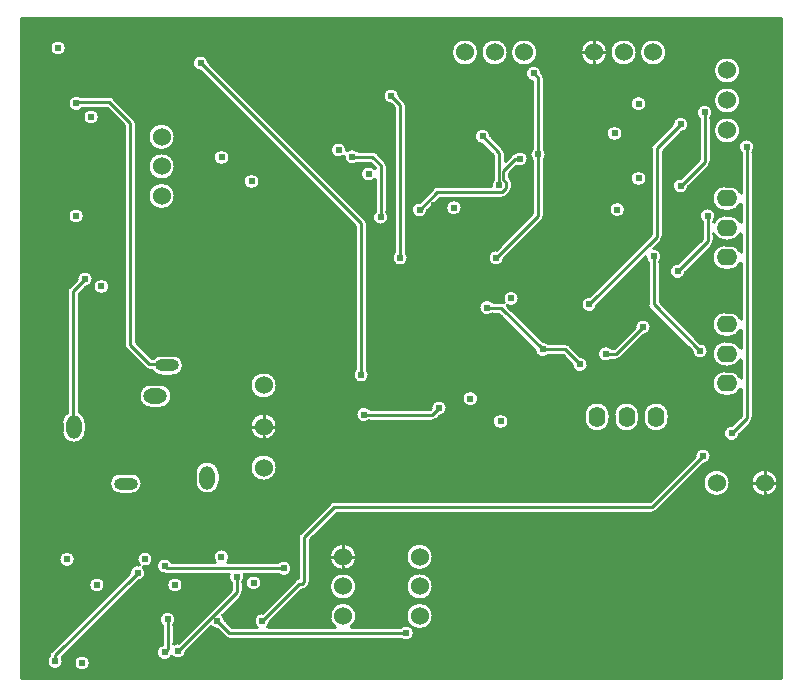
<source format=gbl>
G04 Layer: BottomLayer*
G04 EasyEDA Pro v2.2.43.4, 2025-11-03 20:05:48*
G04 Gerber Generator version 0.3*
G04 Scale: 100 percent, Rotated: No, Reflected: No*
G04 Dimensions in millimeters*
G04 Leading zeros omitted, absolute positions, 4 integers and 5 decimals*
G04 Generated by one-click*
%FSLAX45Y45*%
%MOMM*%
%ADD10C,0.254*%
%ADD11C,1.524*%
%ADD12O,1.75001X1.4*%
%ADD13O,1.4X1.75001*%
%ADD14O,1.3X2.0*%
%ADD15O,2.0002X1.0*%
%ADD16O,2.0X1.0*%
%ADD17O,2.0X1.3*%
%ADD18C,0.61*%
G75*


G04 Copper Start*
G36*
G01X673354Y-1702054D02*
G01X7111746Y-1702054D01*
G01X7111746Y-7289546D01*
G01X673354Y-7289546D01*
G01X673354Y-7145327D01*
G01X896512Y-7145327D01*
G01X897147Y-7160571D01*
G01X901123Y-7175301D01*
G01X908246Y-7188793D01*
G01X918166Y-7200386D01*
G01X930395Y-7209510D01*
G01X944333Y-7215716D01*
G01X959296Y-7218700D01*
G01X974548Y-7218317D01*
G01X989342Y-7214583D01*
G01X1002950Y-7207683D01*
G01X1014704Y-7197956D01*
G01X1024028Y-7185879D01*
G01X1030463Y-7172045D01*
G01X1032466Y-7162800D01*
G01X1124946Y-7162800D01*
G01X1126947Y-7179278D01*
G01X1132833Y-7194798D01*
G01X1142262Y-7208459D01*
G01X1154686Y-7219466D01*
G01X1169384Y-7227180D01*
G01X1185501Y-7231152D01*
G01X1202099Y-7231152D01*
G01X1218216Y-7227180D01*
G01X1232914Y-7219466D01*
G01X1245338Y-7208459D01*
G01X1254767Y-7194798D01*
G01X1260653Y-7179278D01*
G01X1262654Y-7162800D01*
G01X1260653Y-7146322D01*
G01X1254767Y-7130802D01*
G01X1245338Y-7117141D01*
G01X1232914Y-7106134D01*
G01X1218216Y-7098420D01*
G01X1202099Y-7094448D01*
G01X1185501Y-7094448D01*
G01X1169384Y-7098420D01*
G01X1154686Y-7106134D01*
G01X1142262Y-7117141D01*
G01X1132833Y-7130802D01*
G01X1126947Y-7146322D01*
G01X1124946Y-7162800D01*
G01X1124946Y-7162800D01*
G01X1032466Y-7162800D01*
G01X1033694Y-7157134D01*
G01X1033561Y-7141877D01*
G01X1030072Y-7127024D01*
G01X1023397Y-7113304D01*
G01X1061639Y-7075062D01*
G01X1823456Y-7075062D01*
G01X1825726Y-7091471D01*
G01X1831849Y-7106864D01*
G01X1841472Y-7120348D01*
G01X1854037Y-7131144D01*
G01X1868817Y-7138626D01*
G01X1884956Y-7142361D01*
G01X1901520Y-7142134D01*
G01X1917551Y-7137957D01*
G01X1932119Y-7130072D01*
G01X1944383Y-7118936D01*
G01X1953632Y-7105192D01*
G01X1965600Y-7116516D01*
G01X1979915Y-7124673D01*
G01X1995758Y-7129195D01*
G01X2012222Y-7129824D01*
G01X2028364Y-7126524D01*
G01X2043260Y-7119483D01*
G01X2056057Y-7109105D01*
G01X2066022Y-7095984D01*
G01X2072584Y-7080872D01*
G01X2075368Y-7064633D01*
G01X2286391Y-6853610D01*
G01X2296610Y-6863861D01*
G01X2308745Y-6871749D01*
G01X2322262Y-6876926D01*
G01X2336562Y-6879164D01*
G01X2402299Y-6944901D01*
G01X2412873Y-6953014D01*
G01X2425186Y-6958114D01*
G01X2438400Y-6959854D01*
G01X3890801Y-6959854D01*
G01X3903695Y-6969063D01*
G01X3918352Y-6975081D01*
G01X3933997Y-6977589D01*
G01X3949801Y-6976454D01*
G01X3964927Y-6971736D01*
G01X3978575Y-6963686D01*
G01X3990020Y-6952729D01*
G01X3998658Y-6939446D01*
G01X4004031Y-6924540D01*
G01X4005854Y-6908800D01*
G01X4004031Y-6893060D01*
G01X3998658Y-6878154D01*
G01X3990020Y-6864871D01*
G01X3978575Y-6853914D01*
G01X3964927Y-6845864D01*
G01X3949801Y-6841146D01*
G01X3933997Y-6840011D01*
G01X3918352Y-6842519D01*
G01X3903695Y-6848537D01*
G01X3890801Y-6857746D01*
G01X3470944Y-6857746D01*
G01X3486405Y-6844231D01*
G01X3499205Y-6828174D01*
G01X3508932Y-6810089D01*
G01X3515274Y-6790557D01*
G01X3518027Y-6770208D01*
G01X3517320Y-6754530D01*
G01X3937235Y-6754530D01*
G01X3937235Y-6775669D01*
G01X3941119Y-6796449D01*
G01X3948755Y-6816161D01*
G01X3959884Y-6834134D01*
G01X3974125Y-6849756D01*
G01X3990995Y-6862495D01*
G01X4009918Y-6871918D01*
G01X4030251Y-6877703D01*
G01X4051300Y-6879653D01*
G01X4072349Y-6877703D01*
G01X4092682Y-6871918D01*
G01X4111605Y-6862495D01*
G01X4128475Y-6849756D01*
G01X4142716Y-6834134D01*
G01X4153845Y-6816161D01*
G01X4161481Y-6796449D01*
G01X4165365Y-6775669D01*
G01X4165365Y-6754530D01*
G01X4161481Y-6733750D01*
G01X4153845Y-6714038D01*
G01X4142716Y-6696065D01*
G01X4128475Y-6680443D01*
G01X4111605Y-6667704D01*
G01X4092682Y-6658281D01*
G01X4072349Y-6652496D01*
G01X4051300Y-6650545D01*
G01X4051300Y-6650545D01*
G01X4030251Y-6652496D01*
G01X4009918Y-6658281D01*
G01X3990995Y-6667704D01*
G01X3974125Y-6680443D01*
G01X3959884Y-6696065D01*
G01X3948755Y-6714038D01*
G01X3941119Y-6733750D01*
G01X3937235Y-6754530D01*
G01X3517320Y-6754530D01*
G01X3517102Y-6749694D01*
G01X3512530Y-6729674D01*
G01X3504457Y-6710792D01*
G01X3493143Y-6693656D01*
G01X3478951Y-6678814D01*
G01X3462337Y-6666745D01*
G01X3443835Y-6657836D01*
G01X3424040Y-6652373D01*
G01X3403587Y-6650533D01*
G01X3383135Y-6652373D01*
G01X3363340Y-6657836D01*
G01X3344838Y-6666745D01*
G01X3328224Y-6678814D01*
G01X3314032Y-6693656D01*
G01X3302717Y-6710792D01*
G01X3294644Y-6729674D01*
G01X3290072Y-6749694D01*
G01X3289148Y-6770208D01*
G01X3291901Y-6790557D01*
G01X3298243Y-6810089D01*
G01X3307970Y-6828174D01*
G01X3320770Y-6844231D01*
G01X3336231Y-6857746D01*
G01X2764555Y-6857746D01*
G01X2773406Y-6847806D01*
G01X2780180Y-6836348D01*
G01X2784623Y-6823800D01*
G01X2786568Y-6810633D01*
G01X3051187Y-6546015D01*
G01X3055439Y-6546015D01*
G01X3068653Y-6544275D01*
G01X3080966Y-6539175D01*
G01X3091540Y-6531061D01*
G01X3109501Y-6513101D01*
G01X3116077Y-6504530D01*
G01X3289522Y-6504530D01*
G01X3289522Y-6525670D01*
G01X3293406Y-6546449D01*
G01X3301043Y-6566161D01*
G01X3312171Y-6584134D01*
G01X3326413Y-6599756D01*
G01X3343282Y-6612496D01*
G01X3362206Y-6621918D01*
G01X3382538Y-6627704D01*
G01X3403587Y-6629654D01*
G01X3424637Y-6627704D01*
G01X3444969Y-6621918D01*
G01X3463892Y-6612496D01*
G01X3480762Y-6599756D01*
G01X3495003Y-6584134D01*
G01X3506132Y-6566161D01*
G01X3513768Y-6546449D01*
G01X3517653Y-6525670D01*
G01X3517653Y-6504543D01*
G01X3937235Y-6504543D01*
G01X3937235Y-6525682D01*
G01X3941119Y-6546462D01*
G01X3948755Y-6566174D01*
G01X3959884Y-6584147D01*
G01X3974125Y-6599769D01*
G01X3990995Y-6612508D01*
G01X4009918Y-6621931D01*
G01X4030251Y-6627716D01*
G01X4051300Y-6629667D01*
G01X4072349Y-6627716D01*
G01X4092682Y-6621931D01*
G01X4111605Y-6612508D01*
G01X4128475Y-6599769D01*
G01X4142716Y-6584147D01*
G01X4153845Y-6566174D01*
G01X4161481Y-6546462D01*
G01X4165365Y-6525682D01*
G01X4165365Y-6504543D01*
G01X4161481Y-6483764D01*
G01X4153845Y-6464052D01*
G01X4142716Y-6446078D01*
G01X4128475Y-6430456D01*
G01X4111605Y-6417717D01*
G01X4092682Y-6408294D01*
G01X4072349Y-6402509D01*
G01X4051300Y-6400559D01*
G01X4051300Y-6400559D01*
G01X4030251Y-6402509D01*
G01X4009918Y-6408294D01*
G01X3990995Y-6417717D01*
G01X3974125Y-6430456D01*
G01X3959884Y-6446078D01*
G01X3948755Y-6464052D01*
G01X3941119Y-6483764D01*
G01X3937235Y-6504543D01*
G01X3517653Y-6504543D01*
G01X3517653Y-6504530D01*
G01X3513768Y-6483751D01*
G01X3506132Y-6464039D01*
G01X3495003Y-6446066D01*
G01X3480762Y-6430444D01*
G01X3463892Y-6417704D01*
G01X3444969Y-6408282D01*
G01X3424637Y-6402496D01*
G01X3403587Y-6400546D01*
G01X3403587Y-6400546D01*
G01X3382538Y-6402496D01*
G01X3362206Y-6408282D01*
G01X3343282Y-6417704D01*
G01X3326413Y-6430444D01*
G01X3312171Y-6446066D01*
G01X3301043Y-6464039D01*
G01X3293406Y-6483751D01*
G01X3289522Y-6504530D01*
G01X3116077Y-6504530D01*
G01X3117614Y-6502527D01*
G01X3122714Y-6490214D01*
G01X3124454Y-6477000D01*
G01X3124454Y-6254518D01*
G01X3289522Y-6254518D01*
G01X3289522Y-6275658D01*
G01X3293406Y-6296437D01*
G01X3301043Y-6316149D01*
G01X3312171Y-6334122D01*
G01X3326413Y-6349744D01*
G01X3343282Y-6362484D01*
G01X3362206Y-6371906D01*
G01X3382538Y-6377691D01*
G01X3403587Y-6379642D01*
G01X3424637Y-6377691D01*
G01X3444969Y-6371906D01*
G01X3463892Y-6362484D01*
G01X3480762Y-6349744D01*
G01X3495003Y-6334122D01*
G01X3506132Y-6316149D01*
G01X3513768Y-6296437D01*
G01X3517653Y-6275658D01*
G01X3517653Y-6254531D01*
G01X3937235Y-6254531D01*
G01X3937235Y-6275670D01*
G01X3941119Y-6296450D01*
G01X3948755Y-6316162D01*
G01X3959884Y-6334135D01*
G01X3974125Y-6349757D01*
G01X3990995Y-6362496D01*
G01X4009918Y-6371919D01*
G01X4030251Y-6377704D01*
G01X4051300Y-6379654D01*
G01X4072349Y-6377704D01*
G01X4092682Y-6371919D01*
G01X4111605Y-6362496D01*
G01X4128475Y-6349757D01*
G01X4142716Y-6334135D01*
G01X4153845Y-6316162D01*
G01X4161481Y-6296450D01*
G01X4165365Y-6275670D01*
G01X4165365Y-6254531D01*
G01X4161481Y-6233751D01*
G01X4153845Y-6214039D01*
G01X4142716Y-6196066D01*
G01X4128475Y-6180444D01*
G01X4111605Y-6167705D01*
G01X4092682Y-6158282D01*
G01X4072349Y-6152497D01*
G01X4051300Y-6150546D01*
G01X4051300Y-6150546D01*
G01X4030251Y-6152497D01*
G01X4009918Y-6158282D01*
G01X3990995Y-6167705D01*
G01X3974125Y-6180444D01*
G01X3959884Y-6196066D01*
G01X3948755Y-6214039D01*
G01X3941119Y-6233751D01*
G01X3937235Y-6254531D01*
G01X3517653Y-6254531D01*
G01X3517653Y-6254518D01*
G01X3513768Y-6233739D01*
G01X3506132Y-6214027D01*
G01X3495003Y-6196054D01*
G01X3480762Y-6180431D01*
G01X3463892Y-6167692D01*
G01X3444969Y-6158269D01*
G01X3424637Y-6152484D01*
G01X3403587Y-6150534D01*
G01X3403587Y-6150534D01*
G01X3382538Y-6152484D01*
G01X3362206Y-6158269D01*
G01X3343282Y-6167692D01*
G01X3326413Y-6180431D01*
G01X3312171Y-6196054D01*
G01X3301043Y-6214027D01*
G01X3293406Y-6233739D01*
G01X3289522Y-6254518D01*
G01X3124454Y-6254518D01*
G01X3124454Y-6117147D01*
G01X3348547Y-5893054D01*
G01X6019800Y-5893054D01*
G01X6033014Y-5891314D01*
G01X6045327Y-5886214D01*
G01X6055901Y-5878101D01*
G01X6295201Y-5638800D01*
G01X6451346Y-5638800D01*
G01X6453296Y-5659849D01*
G01X6459082Y-5680182D01*
G01X6468504Y-5699105D01*
G01X6481244Y-5715975D01*
G01X6496866Y-5730216D01*
G01X6514839Y-5741345D01*
G01X6534551Y-5748981D01*
G01X6555330Y-5752865D01*
G01X6576470Y-5752865D01*
G01X6597249Y-5748981D01*
G01X6616961Y-5741345D01*
G01X6634934Y-5730216D01*
G01X6650556Y-5715975D01*
G01X6663296Y-5699105D01*
G01X6672718Y-5680182D01*
G01X6678504Y-5659849D01*
G01X6680454Y-5638800D01*
G01X6857746Y-5638800D01*
G01X6859696Y-5659849D01*
G01X6865482Y-5680182D01*
G01X6874904Y-5699105D01*
G01X6887644Y-5715975D01*
G01X6903266Y-5730216D01*
G01X6921239Y-5741345D01*
G01X6940951Y-5748981D01*
G01X6961730Y-5752865D01*
G01X6982870Y-5752865D01*
G01X7003649Y-5748981D01*
G01X7023361Y-5741345D01*
G01X7041334Y-5730216D01*
G01X7056956Y-5715975D01*
G01X7069696Y-5699105D01*
G01X7079118Y-5680182D01*
G01X7084904Y-5659849D01*
G01X7086854Y-5638800D01*
G01X7084904Y-5617751D01*
G01X7079118Y-5597418D01*
G01X7069696Y-5578495D01*
G01X7056956Y-5561625D01*
G01X7041334Y-5547384D01*
G01X7023361Y-5536255D01*
G01X7003649Y-5528619D01*
G01X6982870Y-5524735D01*
G01X6961730Y-5524735D01*
G01X6940951Y-5528619D01*
G01X6921239Y-5536255D01*
G01X6903266Y-5547384D01*
G01X6887644Y-5561625D01*
G01X6874904Y-5578495D01*
G01X6865482Y-5597418D01*
G01X6859696Y-5617751D01*
G01X6857746Y-5638800D01*
G01X6857746Y-5638800D01*
G01X6680454Y-5638800D01*
G01X6678504Y-5617751D01*
G01X6672718Y-5597418D01*
G01X6663296Y-5578495D01*
G01X6650556Y-5561625D01*
G01X6634934Y-5547384D01*
G01X6616961Y-5536255D01*
G01X6597249Y-5528619D01*
G01X6576470Y-5524735D01*
G01X6555330Y-5524735D01*
G01X6534551Y-5528619D01*
G01X6514839Y-5536255D01*
G01X6496866Y-5547384D01*
G01X6481244Y-5561625D01*
G01X6468504Y-5578495D01*
G01X6459082Y-5597418D01*
G01X6453296Y-5617751D01*
G01X6451346Y-5638800D01*
G01X6451346Y-5638800D01*
G01X6295201Y-5638800D01*
G01X6455033Y-5478968D01*
G01X6470662Y-5476363D01*
G01X6485282Y-5470254D01*
G01X6498118Y-5460964D01*
G01X6508490Y-5448987D01*
G01X6515850Y-5434955D01*
G01X6519808Y-5419612D01*
G01X6520153Y-5403771D01*
G01X6516869Y-5388271D01*
G01X6510128Y-5373931D01*
G01X6500287Y-5361513D01*
G01X6487869Y-5351672D01*
G01X6473529Y-5344931D01*
G01X6458029Y-5341647D01*
G01X6442188Y-5341992D01*
G01X6426845Y-5345950D01*
G01X6412813Y-5353310D01*
G01X6400836Y-5363682D01*
G01X6391546Y-5376518D01*
G01X6385437Y-5391138D01*
G01X6382832Y-5406767D01*
G01X5998653Y-5790946D01*
G01X3327400Y-5790946D01*
G01X3314186Y-5792686D01*
G01X3301873Y-5797786D01*
G01X3291299Y-5805899D01*
G01X3037299Y-6059899D01*
G01X3037299Y-6059899D01*
G01X3029186Y-6070473D01*
G01X3024086Y-6082786D01*
G01X3022346Y-6096000D01*
G01X3022346Y-6444490D01*
G01X3011928Y-6447227D01*
G01X3002316Y-6452089D01*
G01X2993939Y-6458860D01*
G01X2714367Y-6738432D01*
G01X2698481Y-6741112D01*
G01X2683652Y-6747411D01*
G01X2670693Y-6756983D01*
G01X2660313Y-6769304D01*
G01X2653080Y-6783701D01*
G01X2649391Y-6799384D01*
G01X2649447Y-6815495D01*
G01X2653246Y-6831152D01*
G01X2660579Y-6845497D01*
G01X2671045Y-6857746D01*
G01X2459547Y-6857746D01*
G01X2408764Y-6806962D01*
G01X2406526Y-6792662D01*
G01X2401349Y-6779145D01*
G01X2393461Y-6767010D01*
G01X2383210Y-6756791D01*
G01X2538001Y-6602001D01*
G01X2546114Y-6591427D01*
G01X2551214Y-6579114D01*
G01X2552954Y-6565900D01*
G01X2552954Y-6485067D01*
G01X2577379Y-6485067D01*
G01X2579379Y-6501545D01*
G01X2585265Y-6517065D01*
G01X2594695Y-6530726D01*
G01X2607119Y-6541733D01*
G01X2621817Y-6549447D01*
G01X2637933Y-6553419D01*
G01X2654532Y-6553419D01*
G01X2670649Y-6549447D01*
G01X2685346Y-6541733D01*
G01X2697771Y-6530726D01*
G01X2707200Y-6517065D01*
G01X2713086Y-6501545D01*
G01X2715087Y-6485067D01*
G01X2713086Y-6468589D01*
G01X2707200Y-6453069D01*
G01X2697771Y-6439409D01*
G01X2685346Y-6428402D01*
G01X2670649Y-6420688D01*
G01X2654532Y-6416715D01*
G01X2637933Y-6416715D01*
G01X2621817Y-6420688D01*
G01X2607119Y-6428402D01*
G01X2594695Y-6439409D01*
G01X2585265Y-6453069D01*
G01X2579379Y-6468589D01*
G01X2577379Y-6485067D01*
G01X2577379Y-6485067D01*
G01X2552954Y-6485067D01*
G01X2552954Y-6477499D01*
G01X2561131Y-6466408D01*
G01X2566935Y-6453911D01*
G01X2570135Y-6440509D01*
G01X2570603Y-6426738D01*
G01X2568319Y-6413149D01*
G01X2855106Y-6413149D01*
G01X2867999Y-6422358D01*
G01X2882657Y-6428376D01*
G01X2898302Y-6430884D01*
G01X2914106Y-6429749D01*
G01X2929232Y-6425031D01*
G01X2942879Y-6416981D01*
G01X2954325Y-6406024D01*
G01X2962963Y-6392741D01*
G01X2968336Y-6377835D01*
G01X2970159Y-6362095D01*
G01X2968336Y-6346356D01*
G01X2962963Y-6331450D01*
G01X2954325Y-6318166D01*
G01X2942879Y-6307210D01*
G01X2929232Y-6299159D01*
G01X2914106Y-6294442D01*
G01X2898302Y-6293307D01*
G01X2882657Y-6295814D01*
G01X2867999Y-6301832D01*
G01X2855106Y-6311041D01*
G01X2426051Y-6311041D01*
G01X2434834Y-6298070D01*
G01X2440459Y-6283450D01*
G01X2442633Y-6267936D01*
G01X2441244Y-6252333D01*
G01X2436364Y-6237448D01*
G01X2428246Y-6224050D01*
G01X2417310Y-6212835D01*
G01X2404121Y-6204381D01*
G01X2389364Y-6199128D01*
G01X2373800Y-6197346D01*
G01X2358237Y-6199128D01*
G01X2343479Y-6204381D01*
G01X2330291Y-6212835D01*
G01X2319355Y-6224050D01*
G01X2311237Y-6237448D01*
G01X2306357Y-6252333D01*
G01X2304968Y-6267936D01*
G01X2307142Y-6283450D01*
G01X2312766Y-6298070D01*
G01X2321550Y-6311041D01*
G01X1954109Y-6311041D01*
G01X1945159Y-6297258D01*
G01X1933198Y-6285989D01*
G01X1918907Y-6277875D01*
G01X1903100Y-6273379D01*
G01X1886678Y-6272757D01*
G01X1870576Y-6276044D01*
G01X1855712Y-6283053D01*
G01X1842932Y-6293384D01*
G01X1832964Y-6306450D01*
G01X1826377Y-6321506D01*
G01X1823545Y-6337694D01*
G01X1824629Y-6354092D01*
G01X1829569Y-6369766D01*
G01X1838083Y-6383823D01*
G01X1849684Y-6395462D01*
G01X1863714Y-6404020D01*
G01X1879372Y-6409010D01*
G01X1895767Y-6410148D01*
G01X1904261Y-6412393D01*
G01X1913014Y-6413149D01*
G01X2435481Y-6413149D01*
G01X2433197Y-6426738D01*
G01X2433665Y-6440509D01*
G01X2436865Y-6453911D01*
G01X2442669Y-6466408D01*
G01X2450846Y-6477499D01*
G01X2450846Y-6544753D01*
G01X2003167Y-6992432D01*
G01X1991088Y-6994116D01*
G01X1979496Y-6997905D01*
G01X1968754Y-7003680D01*
G01X1968754Y-6840699D01*
G01X1977963Y-6827805D01*
G01X1983981Y-6813148D01*
G01X1986489Y-6797503D01*
G01X1985354Y-6781699D01*
G01X1980636Y-6766573D01*
G01X1972586Y-6752925D01*
G01X1961629Y-6741480D01*
G01X1948346Y-6732842D01*
G01X1933440Y-6727469D01*
G01X1917700Y-6725646D01*
G01X1901960Y-6727469D01*
G01X1887054Y-6732842D01*
G01X1873771Y-6741480D01*
G01X1862814Y-6752925D01*
G01X1854764Y-6766573D01*
G01X1850046Y-6781699D01*
G01X1848911Y-6797503D01*
G01X1851419Y-6813148D01*
G01X1857437Y-6827805D01*
G01X1866646Y-6840699D01*
G01X1866646Y-7010004D01*
G01X1852127Y-7017980D01*
G01X1839934Y-7029194D01*
G01X1830771Y-7042995D01*
G01X1825171Y-7058585D01*
G01X1823456Y-7075062D01*
G01X1061639Y-7075062D01*
G01X1634301Y-6502400D01*
G01X1911355Y-6502400D01*
G01X1913356Y-6518878D01*
G01X1919242Y-6534398D01*
G01X1928671Y-6548059D01*
G01X1941096Y-6559066D01*
G01X1955793Y-6566780D01*
G01X1971910Y-6570752D01*
G01X1988509Y-6570752D01*
G01X2004625Y-6566780D01*
G01X2019323Y-6559066D01*
G01X2031747Y-6548059D01*
G01X2041176Y-6534398D01*
G01X2047062Y-6518878D01*
G01X2049063Y-6502400D01*
G01X2047062Y-6485922D01*
G01X2041176Y-6470402D01*
G01X2031747Y-6456741D01*
G01X2019323Y-6445734D01*
G01X2004625Y-6438020D01*
G01X1988509Y-6434048D01*
G01X1971910Y-6434048D01*
G01X1955793Y-6438020D01*
G01X1941096Y-6445734D01*
G01X1928671Y-6456741D01*
G01X1919242Y-6470402D01*
G01X1913356Y-6485922D01*
G01X1911355Y-6502400D01*
G01X1911355Y-6502400D01*
G01X1634301Y-6502400D01*
G01X1667133Y-6469568D01*
G01X1683116Y-6466860D01*
G01X1698023Y-6460489D01*
G01X1711027Y-6450810D01*
G01X1721408Y-6438359D01*
G01X1728590Y-6423826D01*
G01X1732175Y-6408016D01*
G01X1731964Y-6391807D01*
G01X1727970Y-6376096D01*
G01X1720412Y-6361754D01*
G01X1709711Y-6349577D01*
G01X1726181Y-6351827D01*
G01X1742710Y-6350065D01*
G01X1758335Y-6344393D01*
G01X1772145Y-6335142D01*
G01X1783336Y-6322851D01*
G01X1791255Y-6308236D01*
G01X1795441Y-6292150D01*
G01X1795650Y-6275528D01*
G01X1791869Y-6259342D01*
G01X1784319Y-6244532D01*
G01X1773441Y-6231964D01*
G01X1759867Y-6222369D01*
G01X1744390Y-6216307D01*
G01X1727910Y-6214130D01*
G01X1711390Y-6215966D01*
G01X1695790Y-6221708D01*
G01X1682022Y-6231021D01*
G01X1670886Y-6243362D01*
G01X1663032Y-6258012D01*
G01X1658919Y-6274118D01*
G01X1658785Y-6290740D01*
G01X1662638Y-6306910D01*
G01X1670254Y-6321685D01*
G01X1681189Y-6334204D01*
G01X1666081Y-6331987D01*
G01X1650857Y-6333154D01*
G01X1636264Y-6337648D01*
G01X1623021Y-6345247D01*
G01X1611778Y-6355579D01*
G01X1603088Y-6368134D01*
G01X1597379Y-6382296D01*
G01X1594932Y-6397367D01*
G01X929099Y-7063199D01*
G01X920986Y-7073773D01*
G01X915886Y-7086086D01*
G01X914146Y-7099300D01*
G01X914146Y-7103901D01*
G01X914146Y-7103901D01*
G01X905225Y-7116278D01*
G01X899249Y-7130317D01*
G01X896512Y-7145327D01*
G01X673354Y-7145327D01*
G01X673354Y-6502400D01*
G01X1250350Y-6502400D01*
G01X1252351Y-6518878D01*
G01X1258237Y-6534398D01*
G01X1267666Y-6548059D01*
G01X1280091Y-6559066D01*
G01X1294788Y-6566780D01*
G01X1310905Y-6570752D01*
G01X1327504Y-6570752D01*
G01X1343620Y-6566780D01*
G01X1358318Y-6559066D01*
G01X1370742Y-6548059D01*
G01X1380172Y-6534398D01*
G01X1386058Y-6518878D01*
G01X1388058Y-6502400D01*
G01X1386058Y-6485922D01*
G01X1380172Y-6470402D01*
G01X1370742Y-6456741D01*
G01X1358318Y-6445734D01*
G01X1343620Y-6438020D01*
G01X1327504Y-6434048D01*
G01X1310905Y-6434048D01*
G01X1294788Y-6438020D01*
G01X1280091Y-6445734D01*
G01X1267666Y-6456741D01*
G01X1258237Y-6470402D01*
G01X1252351Y-6485922D01*
G01X1250350Y-6502400D01*
G01X1250350Y-6502400D01*
G01X673354Y-6502400D01*
G01X673354Y-6286500D01*
G01X997946Y-6286500D01*
G01X999947Y-6302978D01*
G01X1005833Y-6318498D01*
G01X1015262Y-6332159D01*
G01X1027686Y-6343166D01*
G01X1042384Y-6350880D01*
G01X1058501Y-6354852D01*
G01X1075099Y-6354852D01*
G01X1091216Y-6350880D01*
G01X1105914Y-6343166D01*
G01X1118338Y-6332159D01*
G01X1127767Y-6318498D01*
G01X1133653Y-6302978D01*
G01X1135654Y-6286500D01*
G01X1133653Y-6270022D01*
G01X1127767Y-6254502D01*
G01X1118338Y-6240841D01*
G01X1105914Y-6229834D01*
G01X1091216Y-6222120D01*
G01X1075099Y-6218148D01*
G01X1058501Y-6218148D01*
G01X1042384Y-6222120D01*
G01X1027686Y-6229834D01*
G01X1015262Y-6240841D01*
G01X1005833Y-6254502D01*
G01X999947Y-6270022D01*
G01X997946Y-6286500D01*
G01X997946Y-6286500D01*
G01X673354Y-6286500D01*
G01X673354Y-5634264D01*
G01X1426389Y-5634264D01*
G01X1426389Y-5652734D01*
G01X1430230Y-5670802D01*
G01X1437742Y-5687676D01*
G01X1448599Y-5702619D01*
G01X1462326Y-5714979D01*
G01X1478322Y-5724214D01*
G01X1495889Y-5729922D01*
G01X1514259Y-5731853D01*
G01X1614259Y-5731853D01*
G01X1632629Y-5729922D01*
G01X1650196Y-5724214D01*
G01X1666192Y-5714979D01*
G01X1679919Y-5702619D01*
G01X1690776Y-5687676D01*
G01X1698288Y-5670802D01*
G01X1702129Y-5652734D01*
G01X1702129Y-5634264D01*
G01X1698288Y-5616196D01*
G01X1690776Y-5599322D01*
G01X1679919Y-5584379D01*
G01X1666192Y-5572019D01*
G01X1650196Y-5562784D01*
G01X1637009Y-5558499D01*
G01X2150769Y-5558499D01*
G01X2150769Y-5628499D01*
G01X2152755Y-5648662D01*
G01X2158636Y-5668051D01*
G01X2168187Y-5685919D01*
G01X2181041Y-5701581D01*
G01X2196703Y-5714435D01*
G01X2214571Y-5723986D01*
G01X2233960Y-5729867D01*
G01X2254123Y-5731853D01*
G01X2274286Y-5729867D01*
G01X2293675Y-5723986D01*
G01X2311543Y-5714435D01*
G01X2327205Y-5701581D01*
G01X2340059Y-5685919D01*
G01X2349610Y-5668051D01*
G01X2355491Y-5648662D01*
G01X2357477Y-5628499D01*
G01X2357477Y-5558499D01*
G01X2355491Y-5538336D01*
G01X2349610Y-5518947D01*
G01X2344364Y-5509134D01*
G01X2615946Y-5509134D01*
G01X2617896Y-5530183D01*
G01X2623682Y-5550515D01*
G01X2633104Y-5569439D01*
G01X2645844Y-5586308D01*
G01X2661466Y-5600550D01*
G01X2679439Y-5611678D01*
G01X2699151Y-5619315D01*
G01X2719930Y-5623199D01*
G01X2741070Y-5623199D01*
G01X2761849Y-5619315D01*
G01X2781561Y-5611678D01*
G01X2799534Y-5600550D01*
G01X2815156Y-5586308D01*
G01X2827896Y-5569439D01*
G01X2837318Y-5550515D01*
G01X2843104Y-5530183D01*
G01X2845054Y-5509134D01*
G01X2843104Y-5488085D01*
G01X2837318Y-5467752D01*
G01X2827896Y-5448829D01*
G01X2815156Y-5431959D01*
G01X2799534Y-5417718D01*
G01X2781561Y-5406589D01*
G01X2761849Y-5398953D01*
G01X2741070Y-5395068D01*
G01X2719930Y-5395068D01*
G01X2699151Y-5398953D01*
G01X2679439Y-5406589D01*
G01X2661466Y-5417718D01*
G01X2645844Y-5431959D01*
G01X2633104Y-5448829D01*
G01X2623682Y-5467752D01*
G01X2617896Y-5488085D01*
G01X2615946Y-5509134D01*
G01X2615946Y-5509134D01*
G01X2344364Y-5509134D01*
G01X2340059Y-5501079D01*
G01X2327205Y-5485417D01*
G01X2311543Y-5472564D01*
G01X2293675Y-5463013D01*
G01X2274286Y-5457131D01*
G01X2254123Y-5455145D01*
G01X2233960Y-5457131D01*
G01X2214571Y-5463013D01*
G01X2196703Y-5472564D01*
G01X2181041Y-5485417D01*
G01X2168187Y-5501079D01*
G01X2158636Y-5518947D01*
G01X2152755Y-5538336D01*
G01X2150769Y-5558499D01*
G01X2150769Y-5558499D01*
G01X1637009Y-5558499D01*
G01X1632629Y-5557076D01*
G01X1614259Y-5555145D01*
G01X1614259Y-5555145D01*
G01X1514259Y-5555145D01*
G01X1495889Y-5557076D01*
G01X1478322Y-5562784D01*
G01X1462326Y-5572019D01*
G01X1448599Y-5584379D01*
G01X1437742Y-5599322D01*
G01X1430230Y-5616196D01*
G01X1426389Y-5634264D01*
G01X673354Y-5634264D01*
G01X673354Y-5128500D01*
G01X1020723Y-5128500D01*
G01X1020723Y-5198500D01*
G01X1022709Y-5218663D01*
G01X1028590Y-5238052D01*
G01X1038141Y-5255920D01*
G01X1050995Y-5271582D01*
G01X1066657Y-5284435D01*
G01X1084525Y-5293986D01*
G01X1103914Y-5299868D01*
G01X1124077Y-5301854D01*
G01X1144240Y-5299868D01*
G01X1163629Y-5293986D01*
G01X1181497Y-5284435D01*
G01X1197159Y-5271582D01*
G01X1210013Y-5255920D01*
G01X1219564Y-5238052D01*
G01X1225445Y-5218663D01*
G01X1227431Y-5198500D01*
G01X1227431Y-5161154D01*
G01X2615946Y-5161154D01*
G01X2617896Y-5182203D01*
G01X2623682Y-5202535D01*
G01X2633104Y-5221459D01*
G01X2645844Y-5238328D01*
G01X2661466Y-5252570D01*
G01X2679439Y-5263698D01*
G01X2699151Y-5271335D01*
G01X2719930Y-5275219D01*
G01X2741070Y-5275219D01*
G01X2761849Y-5271335D01*
G01X2781561Y-5263698D01*
G01X2799534Y-5252570D01*
G01X2815156Y-5238328D01*
G01X2827896Y-5221459D01*
G01X2837318Y-5202535D01*
G01X2843104Y-5182203D01*
G01X2845054Y-5161154D01*
G01X2843104Y-5140105D01*
G01X2837318Y-5119772D01*
G01X2827896Y-5100849D01*
G01X2815156Y-5083979D01*
G01X2799534Y-5069738D01*
G01X2783322Y-5059700D01*
G01X3512546Y-5059700D01*
G01X3514369Y-5075439D01*
G01X3519742Y-5090345D01*
G01X3528380Y-5103629D01*
G01X3539825Y-5114585D01*
G01X3553473Y-5122636D01*
G01X3568599Y-5127353D01*
G01X3584403Y-5128488D01*
G01X3600048Y-5125981D01*
G01X3614705Y-5119963D01*
G01X3617314Y-5118100D01*
G01X4668246Y-5118100D01*
G01X4670247Y-5134578D01*
G01X4676133Y-5150098D01*
G01X4685562Y-5163759D01*
G01X4697986Y-5174766D01*
G01X4712684Y-5182480D01*
G01X4728801Y-5186452D01*
G01X4745399Y-5186452D01*
G01X4761516Y-5182480D01*
G01X4776214Y-5174766D01*
G01X4788638Y-5163759D01*
G01X4798067Y-5150098D01*
G01X4803953Y-5134578D01*
G01X4805954Y-5118100D01*
G01X4803953Y-5101622D01*
G01X4798067Y-5086102D01*
G01X4788638Y-5072441D01*
G01X4777419Y-5062502D01*
G01X5445549Y-5062502D01*
G01X5445549Y-5097503D01*
G01X5447394Y-5117413D01*
G01X5452866Y-5136645D01*
G01X5461779Y-5154544D01*
G01X5473829Y-5170501D01*
G01X5488605Y-5183971D01*
G01X5505606Y-5194498D01*
G01X5524251Y-5201721D01*
G01X5543905Y-5205395D01*
G01X5563901Y-5205395D01*
G01X5583555Y-5201721D01*
G01X5602201Y-5194498D01*
G01X5619201Y-5183971D01*
G01X5633978Y-5170501D01*
G01X5646027Y-5154544D01*
G01X5654940Y-5136645D01*
G01X5660412Y-5117413D01*
G01X5662257Y-5097503D01*
G01X5662257Y-5097503D01*
G01X5662257Y-5062502D01*
G01X5695561Y-5062502D01*
G01X5695561Y-5097503D01*
G01X5697406Y-5117413D01*
G01X5702878Y-5136645D01*
G01X5711791Y-5154544D01*
G01X5723841Y-5170501D01*
G01X5738617Y-5183971D01*
G01X5755618Y-5194498D01*
G01X5774263Y-5201721D01*
G01X5793918Y-5205395D01*
G01X5813913Y-5205395D01*
G01X5833568Y-5201721D01*
G01X5852213Y-5194498D01*
G01X5869213Y-5183971D01*
G01X5883990Y-5170501D01*
G01X5896040Y-5154544D01*
G01X5904952Y-5136645D01*
G01X5910424Y-5117413D01*
G01X5912269Y-5097503D01*
G01X5912269Y-5097503D01*
G01X5912269Y-5062502D01*
G01X5945548Y-5062502D01*
G01X5945548Y-5097503D01*
G01X5947393Y-5117413D01*
G01X5952865Y-5136645D01*
G01X5961778Y-5154544D01*
G01X5973828Y-5170501D01*
G01X5988604Y-5183971D01*
G01X6005605Y-5194498D01*
G01X6024250Y-5201721D01*
G01X6043904Y-5205395D01*
G01X6063900Y-5205395D01*
G01X6083554Y-5201721D01*
G01X6102200Y-5194498D01*
G01X6119200Y-5183971D01*
G01X6133977Y-5170501D01*
G01X6146026Y-5154544D01*
G01X6154939Y-5136645D01*
G01X6160411Y-5117413D01*
G01X6162256Y-5097503D01*
G01X6162256Y-5097503D01*
G01X6162256Y-5062502D01*
G01X6160411Y-5042592D01*
G01X6154939Y-5023360D01*
G01X6146026Y-5005461D01*
G01X6133977Y-4989504D01*
G01X6119200Y-4976034D01*
G01X6102200Y-4965508D01*
G01X6083554Y-4958284D01*
G01X6063900Y-4954610D01*
G01X6043904Y-4954610D01*
G01X6024250Y-4958284D01*
G01X6005605Y-4965508D01*
G01X5988604Y-4976034D01*
G01X5973828Y-4989504D01*
G01X5961778Y-5005461D01*
G01X5952865Y-5023360D01*
G01X5947393Y-5042592D01*
G01X5945548Y-5062502D01*
G01X5912269Y-5062502D01*
G01X5910424Y-5042592D01*
G01X5904952Y-5023360D01*
G01X5896040Y-5005461D01*
G01X5883990Y-4989504D01*
G01X5869213Y-4976034D01*
G01X5852213Y-4965508D01*
G01X5833568Y-4958284D01*
G01X5813913Y-4954610D01*
G01X5793918Y-4954610D01*
G01X5774263Y-4958284D01*
G01X5755618Y-4965508D01*
G01X5738617Y-4976034D01*
G01X5723841Y-4989504D01*
G01X5711791Y-5005461D01*
G01X5702878Y-5023360D01*
G01X5697406Y-5042592D01*
G01X5695561Y-5062502D01*
G01X5662257Y-5062502D01*
G01X5660412Y-5042592D01*
G01X5654940Y-5023360D01*
G01X5646027Y-5005461D01*
G01X5633978Y-4989504D01*
G01X5619201Y-4976034D01*
G01X5602201Y-4965508D01*
G01X5583555Y-4958284D01*
G01X5563901Y-4954610D01*
G01X5543905Y-4954610D01*
G01X5524251Y-4958284D01*
G01X5505606Y-4965508D01*
G01X5488605Y-4976034D01*
G01X5473829Y-4989504D01*
G01X5461779Y-5005461D01*
G01X5452866Y-5023360D01*
G01X5447394Y-5042592D01*
G01X5445549Y-5062502D01*
G01X4777419Y-5062502D01*
G01X4776214Y-5061434D01*
G01X4761516Y-5053720D01*
G01X4745399Y-5049748D01*
G01X4728801Y-5049748D01*
G01X4712684Y-5053720D01*
G01X4697986Y-5061434D01*
G01X4685562Y-5072441D01*
G01X4676133Y-5086102D01*
G01X4670247Y-5101622D01*
G01X4668246Y-5118100D01*
G01X4668246Y-5118100D01*
G01X3617314Y-5118100D01*
G01X3627599Y-5110754D01*
G01X4160500Y-5110754D01*
G01X4173714Y-5109014D01*
G01X4186027Y-5103914D01*
G01X4196601Y-5095800D01*
G01X4219833Y-5072568D01*
G01X4235462Y-5069963D01*
G01X4250082Y-5063854D01*
G01X4262918Y-5054564D01*
G01X4273290Y-5042587D01*
G01X4280650Y-5028555D01*
G01X4284608Y-5013212D01*
G01X4284953Y-4997371D01*
G01X4281669Y-4981871D01*
G01X4274928Y-4967531D01*
G01X4265087Y-4955113D01*
G01X4252669Y-4945272D01*
G01X4238329Y-4938531D01*
G01X4222829Y-4935247D01*
G01X4206988Y-4935592D01*
G01X4191645Y-4939550D01*
G01X4177613Y-4946910D01*
G01X4165636Y-4957282D01*
G01X4156346Y-4970118D01*
G01X4150237Y-4984738D01*
G01X4147632Y-5000367D01*
G01X4139353Y-5008646D01*
G01X3627599Y-5008646D01*
G01X3627599Y-5008646D01*
G01X3614705Y-4999437D01*
G01X3600048Y-4993419D01*
G01X3584403Y-4990911D01*
G01X3568599Y-4992046D01*
G01X3553473Y-4996764D01*
G01X3539825Y-5004814D01*
G01X3528380Y-5015771D01*
G01X3519742Y-5029054D01*
G01X3514369Y-5043960D01*
G01X3512546Y-5059700D01*
G01X2783322Y-5059700D01*
G01X2781561Y-5058609D01*
G01X2761849Y-5050973D01*
G01X2741070Y-5047088D01*
G01X2719930Y-5047088D01*
G01X2699151Y-5050973D01*
G01X2679439Y-5058609D01*
G01X2661466Y-5069738D01*
G01X2645844Y-5083979D01*
G01X2633104Y-5100849D01*
G01X2623682Y-5119772D01*
G01X2617896Y-5140105D01*
G01X2615946Y-5161154D01*
G01X2615946Y-5161154D01*
G01X1227431Y-5161154D01*
G01X1227431Y-5128500D01*
G01X1225591Y-5109088D01*
G01X1220139Y-5090367D01*
G01X1211267Y-5073003D01*
G01X1199292Y-5057614D01*
G01X1184639Y-5044749D01*
G01X1167831Y-5034865D01*
G01X1167831Y-4903500D01*
G01X1675841Y-4903500D01*
G01X1677827Y-4923664D01*
G01X1683709Y-4943052D01*
G01X1693259Y-4960921D01*
G01X1706113Y-4976583D01*
G01X1721775Y-4989436D01*
G01X1739643Y-4998987D01*
G01X1759032Y-5004868D01*
G01X1779195Y-5006854D01*
G01X1779195Y-5006854D01*
G01X1849195Y-5006854D01*
G01X1869358Y-5004868D01*
G01X1888747Y-4998987D01*
G01X1906615Y-4989436D01*
G01X1922277Y-4976583D01*
G01X1935131Y-4960921D01*
G01X1944681Y-4943052D01*
G01X1950563Y-4923664D01*
G01X1952549Y-4903500D01*
G01X1950563Y-4883337D01*
G01X1944681Y-4863949D01*
G01X1935131Y-4846080D01*
G01X1922277Y-4830418D01*
G01X1906615Y-4817565D01*
G01X1898636Y-4813300D01*
G01X2615946Y-4813300D01*
G01X2617896Y-4834349D01*
G01X2623682Y-4854682D01*
G01X2633104Y-4873605D01*
G01X2645844Y-4890475D01*
G01X2661466Y-4904716D01*
G01X2679439Y-4915845D01*
G01X2699151Y-4923481D01*
G01X2719930Y-4927365D01*
G01X2741070Y-4927365D01*
G01X2751132Y-4925484D01*
G01X4412130Y-4925484D01*
G01X4414131Y-4941962D01*
G01X4420017Y-4957483D01*
G01X4429446Y-4971143D01*
G01X4441871Y-4982150D01*
G01X4456568Y-4989864D01*
G01X4472685Y-4993836D01*
G01X4489284Y-4993836D01*
G01X4505400Y-4989864D01*
G01X4520098Y-4982150D01*
G01X4532522Y-4971143D01*
G01X4541952Y-4957483D01*
G01X4547838Y-4941962D01*
G01X4549839Y-4925484D01*
G01X4547838Y-4909007D01*
G01X4541952Y-4893486D01*
G01X4532522Y-4879826D01*
G01X4520098Y-4868819D01*
G01X4505400Y-4861105D01*
G01X4489284Y-4857132D01*
G01X4472685Y-4857132D01*
G01X4456568Y-4861105D01*
G01X4441871Y-4868819D01*
G01X4429446Y-4879826D01*
G01X4420017Y-4893486D01*
G01X4414131Y-4909007D01*
G01X4412130Y-4925484D01*
G01X4412130Y-4925484D01*
G01X2751132Y-4925484D01*
G01X2761849Y-4923481D01*
G01X2781561Y-4915845D01*
G01X2799534Y-4904716D01*
G01X2815156Y-4890475D01*
G01X2827896Y-4873605D01*
G01X2837318Y-4854682D01*
G01X2843104Y-4834349D01*
G01X2845054Y-4813300D01*
G01X2843104Y-4792251D01*
G01X2837318Y-4771918D01*
G01X2827896Y-4752995D01*
G01X2815156Y-4736125D01*
G01X2799534Y-4721884D01*
G01X2781561Y-4710755D01*
G01X2761849Y-4703119D01*
G01X2741070Y-4699235D01*
G01X2719930Y-4699235D01*
G01X2699151Y-4703119D01*
G01X2679439Y-4710755D01*
G01X2661466Y-4721884D01*
G01X2645844Y-4736125D01*
G01X2633104Y-4752995D01*
G01X2623682Y-4771918D01*
G01X2617896Y-4792251D01*
G01X2615946Y-4813300D01*
G01X2615946Y-4813300D01*
G01X1898636Y-4813300D01*
G01X1888747Y-4808014D01*
G01X1869358Y-4802133D01*
G01X1849195Y-4800147D01*
G01X1779195Y-4800147D01*
G01X1759032Y-4802133D01*
G01X1739643Y-4808014D01*
G01X1721775Y-4817565D01*
G01X1706113Y-4830418D01*
G01X1693259Y-4846080D01*
G01X1683709Y-4863949D01*
G01X1677827Y-4883337D01*
G01X1675841Y-4903500D01*
G01X1167831Y-4903500D01*
G01X1167831Y-4035170D01*
G01X1222633Y-3980368D01*
G01X1238262Y-3977763D01*
G01X1244634Y-3975100D01*
G01X1288796Y-3975100D01*
G01X1290797Y-3991578D01*
G01X1296683Y-4007098D01*
G01X1306112Y-4020759D01*
G01X1318536Y-4031766D01*
G01X1333234Y-4039480D01*
G01X1349350Y-4043452D01*
G01X1365949Y-4043452D01*
G01X1382066Y-4039480D01*
G01X1396763Y-4031766D01*
G01X1409188Y-4020759D01*
G01X1418617Y-4007098D01*
G01X1424503Y-3991578D01*
G01X1426504Y-3975100D01*
G01X1424503Y-3958622D01*
G01X1418617Y-3943102D01*
G01X1409188Y-3929441D01*
G01X1396763Y-3918434D01*
G01X1382066Y-3910720D01*
G01X1365949Y-3906748D01*
G01X1349350Y-3906748D01*
G01X1333234Y-3910720D01*
G01X1318536Y-3918434D01*
G01X1306112Y-3929441D01*
G01X1296683Y-3943102D01*
G01X1290797Y-3958622D01*
G01X1288796Y-3975100D01*
G01X1288796Y-3975100D01*
G01X1244634Y-3975100D01*
G01X1252882Y-3971654D01*
G01X1265718Y-3962364D01*
G01X1276090Y-3950387D01*
G01X1283450Y-3936355D01*
G01X1287408Y-3921012D01*
G01X1287753Y-3905171D01*
G01X1284469Y-3889671D01*
G01X1277728Y-3875331D01*
G01X1267887Y-3862913D01*
G01X1255469Y-3853072D01*
G01X1241129Y-3846331D01*
G01X1225629Y-3843047D01*
G01X1209788Y-3843392D01*
G01X1194445Y-3847350D01*
G01X1180413Y-3854710D01*
G01X1168436Y-3865082D01*
G01X1159146Y-3877918D01*
G01X1153037Y-3892538D01*
G01X1150432Y-3908167D01*
G01X1080676Y-3977922D01*
G01X1072563Y-3988496D01*
G01X1067463Y-4000809D01*
G01X1065723Y-4014023D01*
G01X1065723Y-5043196D01*
G01X1065723Y-5043196D01*
G01X1050360Y-5056058D01*
G01X1037768Y-5071643D01*
G01X1028419Y-5089365D01*
G01X1022665Y-5108558D01*
G01X1020723Y-5128500D01*
G01X673354Y-5128500D01*
G01X673354Y-3378200D01*
G01X1074146Y-3378200D01*
G01X1076147Y-3394678D01*
G01X1082033Y-3410198D01*
G01X1091462Y-3423859D01*
G01X1103886Y-3434866D01*
G01X1118584Y-3442580D01*
G01X1134701Y-3446552D01*
G01X1151299Y-3446552D01*
G01X1167416Y-3442580D01*
G01X1182114Y-3434866D01*
G01X1194538Y-3423859D01*
G01X1203967Y-3410198D01*
G01X1209853Y-3394678D01*
G01X1211854Y-3378200D01*
G01X1209853Y-3361722D01*
G01X1203967Y-3346202D01*
G01X1194538Y-3332541D01*
G01X1182114Y-3321534D01*
G01X1167416Y-3313820D01*
G01X1151299Y-3309848D01*
G01X1134701Y-3309848D01*
G01X1118584Y-3313820D01*
G01X1103886Y-3321534D01*
G01X1091462Y-3332541D01*
G01X1082033Y-3346202D01*
G01X1076147Y-3361722D01*
G01X1074146Y-3378200D01*
G01X1074146Y-3378200D01*
G01X673354Y-3378200D01*
G01X673354Y-2540000D01*
G01X1201146Y-2540000D01*
G01X1203147Y-2556478D01*
G01X1209033Y-2571998D01*
G01X1218462Y-2585659D01*
G01X1230886Y-2596666D01*
G01X1245584Y-2604380D01*
G01X1261701Y-2608352D01*
G01X1278299Y-2608352D01*
G01X1294416Y-2604380D01*
G01X1309114Y-2596666D01*
G01X1321538Y-2585659D01*
G01X1330967Y-2571998D01*
G01X1336853Y-2556478D01*
G01X1338854Y-2540000D01*
G01X1336853Y-2523522D01*
G01X1330967Y-2508002D01*
G01X1321538Y-2494341D01*
G01X1309114Y-2483334D01*
G01X1294416Y-2475620D01*
G01X1278299Y-2471648D01*
G01X1261701Y-2471648D01*
G01X1245584Y-2475620D01*
G01X1230886Y-2483334D01*
G01X1218462Y-2494341D01*
G01X1209033Y-2508002D01*
G01X1203147Y-2523522D01*
G01X1201146Y-2540000D01*
G01X1201146Y-2540000D01*
G01X673354Y-2540000D01*
G01X673354Y-2430577D01*
G01X1074319Y-2430577D01*
G01X1077147Y-2445807D01*
G01X1083308Y-2460019D01*
G01X1092490Y-2472494D01*
G01X1104229Y-2482601D01*
G01X1117929Y-2489828D01*
G01X1132899Y-2493809D01*
G01X1148380Y-2494344D01*
G01X1163588Y-2491404D01*
G01X1177754Y-2485139D01*
G01X1190162Y-2475866D01*
G01X1200183Y-2464054D01*
G01X1401253Y-2464054D01*
G01X1549146Y-2611947D01*
G01X1549146Y-4470400D01*
G01X1550886Y-4483614D01*
G01X1555986Y-4495927D01*
G01X1564099Y-4506501D01*
G01X1724500Y-4666902D01*
G01X1735074Y-4675015D01*
G01X1747387Y-4680115D01*
G01X1760601Y-4681855D01*
G01X1784676Y-4681855D01*
G01X1793192Y-4695981D01*
G01X1804185Y-4708278D01*
G01X1817273Y-4718318D01*
G01X1831998Y-4725750D01*
G01X1847848Y-4730315D01*
G01X1864271Y-4731855D01*
G01X1964271Y-4731855D01*
G01X1982641Y-4729924D01*
G01X2000208Y-4724216D01*
G01X2016204Y-4714981D01*
G01X2029931Y-4702621D01*
G01X2040788Y-4687678D01*
G01X2048300Y-4670804D01*
G01X2052141Y-4652736D01*
G01X2052141Y-4634266D01*
G01X2048300Y-4616198D01*
G01X2040788Y-4599324D01*
G01X2029931Y-4584381D01*
G01X2016204Y-4572021D01*
G01X2000208Y-4562786D01*
G01X1982641Y-4557078D01*
G01X1964271Y-4555147D01*
G01X1864271Y-4555147D01*
G01X1847482Y-4556757D01*
G01X1831305Y-4561527D01*
G01X1816329Y-4569285D01*
G01X1803101Y-4579747D01*
G01X1781748Y-4579747D01*
G01X1651254Y-4449253D01*
G01X1651254Y-4449253D01*
G01X1651254Y-3198530D01*
G01X1752835Y-3198530D01*
G01X1752835Y-3219669D01*
G01X1756719Y-3240449D01*
G01X1764355Y-3260161D01*
G01X1775484Y-3278134D01*
G01X1789725Y-3293756D01*
G01X1806595Y-3306495D01*
G01X1825518Y-3315918D01*
G01X1845851Y-3321703D01*
G01X1866900Y-3323653D01*
G01X1887949Y-3321703D01*
G01X1908282Y-3315918D01*
G01X1927205Y-3306495D01*
G01X1944075Y-3293756D01*
G01X1958316Y-3278134D01*
G01X1969445Y-3260161D01*
G01X1977081Y-3240449D01*
G01X1980965Y-3219669D01*
G01X1980965Y-3198530D01*
G01X1977081Y-3177750D01*
G01X1969445Y-3158038D01*
G01X1958316Y-3140065D01*
G01X1944075Y-3124443D01*
G01X1927205Y-3111704D01*
G01X1908282Y-3102281D01*
G01X1887949Y-3096496D01*
G01X1866900Y-3094545D01*
G01X1866900Y-3094545D01*
G01X1845851Y-3096496D01*
G01X1825518Y-3102281D01*
G01X1806595Y-3111704D01*
G01X1789725Y-3124443D01*
G01X1775484Y-3140065D01*
G01X1764355Y-3158038D01*
G01X1756719Y-3177750D01*
G01X1752835Y-3198530D01*
G01X1651254Y-3198530D01*
G01X1651254Y-3086100D01*
G01X2560046Y-3086100D01*
G01X2562047Y-3102578D01*
G01X2567933Y-3118098D01*
G01X2577362Y-3131759D01*
G01X2589786Y-3142766D01*
G01X2604484Y-3150480D01*
G01X2620601Y-3154452D01*
G01X2637199Y-3154452D01*
G01X2653316Y-3150480D01*
G01X2668014Y-3142766D01*
G01X2680438Y-3131759D01*
G01X2689867Y-3118098D01*
G01X2695753Y-3102578D01*
G01X2697754Y-3086100D01*
G01X2695753Y-3069622D01*
G01X2689867Y-3054102D01*
G01X2680438Y-3040441D01*
G01X2668014Y-3029434D01*
G01X2653316Y-3021720D01*
G01X2637199Y-3017748D01*
G01X2620601Y-3017748D01*
G01X2604484Y-3021720D01*
G01X2589786Y-3029434D01*
G01X2577362Y-3040441D01*
G01X2567933Y-3054102D01*
G01X2562047Y-3069622D01*
G01X2560046Y-3086100D01*
G01X2560046Y-3086100D01*
G01X1651254Y-3086100D01*
G01X1651254Y-2948543D01*
G01X1752835Y-2948543D01*
G01X1752835Y-2969682D01*
G01X1756719Y-2990462D01*
G01X1764355Y-3010174D01*
G01X1775484Y-3028147D01*
G01X1789725Y-3043769D01*
G01X1806595Y-3056508D01*
G01X1825518Y-3065931D01*
G01X1845851Y-3071716D01*
G01X1866900Y-3073667D01*
G01X1887949Y-3071716D01*
G01X1908282Y-3065931D01*
G01X1927205Y-3056508D01*
G01X1944075Y-3043769D01*
G01X1958316Y-3028147D01*
G01X1969445Y-3010174D01*
G01X1977081Y-2990462D01*
G01X1980965Y-2969682D01*
G01X1980965Y-2948543D01*
G01X1977081Y-2927764D01*
G01X1969445Y-2908052D01*
G01X1958316Y-2890078D01*
G01X1951772Y-2882900D01*
G01X2306046Y-2882900D01*
G01X2308047Y-2899378D01*
G01X2313933Y-2914898D01*
G01X2323362Y-2928559D01*
G01X2335786Y-2939566D01*
G01X2350484Y-2947280D01*
G01X2366601Y-2951252D01*
G01X2383199Y-2951252D01*
G01X2399316Y-2947280D01*
G01X2414014Y-2939566D01*
G01X2426438Y-2928559D01*
G01X2435867Y-2914898D01*
G01X2441753Y-2899378D01*
G01X2443754Y-2882900D01*
G01X2441753Y-2866422D01*
G01X2435867Y-2850902D01*
G01X2426438Y-2837241D01*
G01X2414014Y-2826234D01*
G01X2399316Y-2818520D01*
G01X2383199Y-2814548D01*
G01X2366601Y-2814548D01*
G01X2350484Y-2818520D01*
G01X2335786Y-2826234D01*
G01X2323362Y-2837241D01*
G01X2313933Y-2850902D01*
G01X2308047Y-2866422D01*
G01X2306046Y-2882900D01*
G01X2306046Y-2882900D01*
G01X1951772Y-2882900D01*
G01X1944075Y-2874456D01*
G01X1927205Y-2861717D01*
G01X1908282Y-2852294D01*
G01X1887949Y-2846509D01*
G01X1866900Y-2844559D01*
G01X1866900Y-2844559D01*
G01X1845851Y-2846509D01*
G01X1825518Y-2852294D01*
G01X1806595Y-2861717D01*
G01X1789725Y-2874456D01*
G01X1775484Y-2890078D01*
G01X1764355Y-2908052D01*
G01X1756719Y-2927764D01*
G01X1752835Y-2948543D01*
G01X1651254Y-2948543D01*
G01X1651254Y-2698531D01*
G01X1752835Y-2698531D01*
G01X1752835Y-2719670D01*
G01X1756719Y-2740450D01*
G01X1764355Y-2760162D01*
G01X1775484Y-2778135D01*
G01X1789725Y-2793757D01*
G01X1806595Y-2806496D01*
G01X1825518Y-2815919D01*
G01X1845851Y-2821704D01*
G01X1866900Y-2823654D01*
G01X1887949Y-2821704D01*
G01X1908282Y-2815919D01*
G01X1927205Y-2806496D01*
G01X1944075Y-2793757D01*
G01X1958316Y-2778135D01*
G01X1969445Y-2760162D01*
G01X1977081Y-2740450D01*
G01X1980965Y-2719670D01*
G01X1980965Y-2698531D01*
G01X1977081Y-2677751D01*
G01X1969445Y-2658039D01*
G01X1958316Y-2640066D01*
G01X1944075Y-2624444D01*
G01X1927205Y-2611705D01*
G01X1908282Y-2602282D01*
G01X1887949Y-2596497D01*
G01X1866900Y-2594546D01*
G01X1866900Y-2594546D01*
G01X1845851Y-2596497D01*
G01X1825518Y-2602282D01*
G01X1806595Y-2611705D01*
G01X1789725Y-2624444D01*
G01X1775484Y-2640066D01*
G01X1764355Y-2658039D01*
G01X1756719Y-2677751D01*
G01X1752835Y-2698531D01*
G01X1651254Y-2698531D01*
G01X1651254Y-2590800D01*
G01X1649514Y-2577586D01*
G01X1644414Y-2565273D01*
G01X1636301Y-2554699D01*
G01X1458501Y-2376899D01*
G01X1447927Y-2368786D01*
G01X1435614Y-2363686D01*
G01X1422400Y-2361946D01*
G01X1169006Y-2361946D01*
G01X1154096Y-2357746D01*
G01X1138625Y-2356985D01*
G01X1123375Y-2359702D01*
G01X1109119Y-2365759D01*
G01X1096577Y-2374849D01*
G01X1086385Y-2386514D01*
G01X1079057Y-2400161D01*
G01X1074967Y-2415101D01*
G01X1074319Y-2430577D01*
G01X673354Y-2430577D01*
G01X673354Y-2076371D01*
G01X2128547Y-2076371D01*
G01X2128892Y-2092212D01*
G01X2132850Y-2107555D01*
G01X2140210Y-2121587D01*
G01X2150582Y-2133564D01*
G01X2163418Y-2142854D01*
G01X2178038Y-2148963D01*
G01X2193667Y-2151568D01*
G01X3504946Y-3462847D01*
G01X3504946Y-4678201D01*
G01X3495737Y-4691095D01*
G01X3489719Y-4705752D01*
G01X3487211Y-4721397D01*
G01X3488346Y-4737201D01*
G01X3493064Y-4752327D01*
G01X3501114Y-4765975D01*
G01X3512071Y-4777420D01*
G01X3525354Y-4786058D01*
G01X3540260Y-4791431D01*
G01X3556000Y-4793254D01*
G01X3556000Y-4793254D01*
G01X3571740Y-4791431D01*
G01X3586646Y-4786058D01*
G01X3599929Y-4777420D01*
G01X3610886Y-4765975D01*
G01X3618936Y-4752327D01*
G01X3623654Y-4737201D01*
G01X3624789Y-4721397D01*
G01X3622281Y-4705752D01*
G01X3616263Y-4691095D01*
G01X3607054Y-4678201D01*
G01X3607054Y-4154150D01*
G01X4553946Y-4154150D01*
G01X4555769Y-4169890D01*
G01X4561142Y-4184796D01*
G01X4569780Y-4198079D01*
G01X4581225Y-4209036D01*
G01X4594873Y-4217086D01*
G01X4609999Y-4221804D01*
G01X4625803Y-4222939D01*
G01X4641448Y-4220431D01*
G01X4656105Y-4214413D01*
G01X4668999Y-4205204D01*
G01X4717203Y-4205204D01*
G01X5023932Y-4511933D01*
G01X5026443Y-4527232D01*
G01X5032313Y-4541581D01*
G01X5041245Y-4554253D01*
G01X5052786Y-4564605D01*
G01X5066351Y-4572113D01*
G01X5081251Y-4576396D01*
G01X5096732Y-4577236D01*
G01X5112008Y-4574591D01*
G01X5126306Y-4568596D01*
G01X5138899Y-4559554D01*
G01X5262053Y-4559554D01*
G01X5341432Y-4638933D01*
G01X5344037Y-4654562D01*
G01X5350146Y-4669182D01*
G01X5359436Y-4682018D01*
G01X5371413Y-4692390D01*
G01X5385445Y-4699750D01*
G01X5400788Y-4703708D01*
G01X5416629Y-4704053D01*
G01X5432129Y-4700769D01*
G01X5446469Y-4694028D01*
G01X5458887Y-4684187D01*
G01X5468728Y-4671769D01*
G01X5475469Y-4657429D01*
G01X5478753Y-4641929D01*
G01X5478408Y-4626088D01*
G01X5474450Y-4610745D01*
G01X5467090Y-4596713D01*
G01X5456718Y-4584736D01*
G01X5443882Y-4575446D01*
G01X5429262Y-4569337D01*
G01X5413633Y-4566732D01*
G01X5393501Y-4546600D01*
G01X5557246Y-4546600D01*
G01X5559069Y-4562340D01*
G01X5564442Y-4577246D01*
G01X5573080Y-4590529D01*
G01X5584525Y-4601486D01*
G01X5598173Y-4609536D01*
G01X5613299Y-4614254D01*
G01X5629103Y-4615389D01*
G01X5644748Y-4612881D01*
G01X5659405Y-4606863D01*
G01X5672299Y-4597654D01*
G01X5715000Y-4597654D01*
G01X5728214Y-4595914D01*
G01X5740527Y-4590814D01*
G01X5751101Y-4582701D01*
G01X5947033Y-4386768D01*
G01X5962662Y-4384163D01*
G01X5977282Y-4378054D01*
G01X5990118Y-4368764D01*
G01X6000490Y-4356787D01*
G01X6007850Y-4342755D01*
G01X6011808Y-4327412D01*
G01X6012153Y-4311571D01*
G01X6008869Y-4296071D01*
G01X6002128Y-4281731D01*
G01X5992287Y-4269313D01*
G01X5992287Y-4269313D01*
G01X5979869Y-4259472D01*
G01X5965529Y-4252731D01*
G01X5950029Y-4249447D01*
G01X5934188Y-4249792D01*
G01X5918845Y-4253750D01*
G01X5904813Y-4261110D01*
G01X5892836Y-4271482D01*
G01X5883546Y-4284318D01*
G01X5877437Y-4298938D01*
G01X5874832Y-4314567D01*
G01X5693853Y-4495546D01*
G01X5672299Y-4495546D01*
G01X5659405Y-4486337D01*
G01X5644748Y-4480319D01*
G01X5629103Y-4477811D01*
G01X5613299Y-4478946D01*
G01X5598173Y-4483664D01*
G01X5584525Y-4491714D01*
G01X5573080Y-4502671D01*
G01X5564442Y-4515954D01*
G01X5559069Y-4530860D01*
G01X5557246Y-4546600D01*
G01X5393501Y-4546600D01*
G01X5319301Y-4472399D01*
G01X5308727Y-4464286D01*
G01X5296414Y-4459186D01*
G01X5283200Y-4457446D01*
G01X5138899Y-4457446D01*
G01X5138899Y-4457446D01*
G01X5126131Y-4448307D01*
G01X5111624Y-4442298D01*
G01X5096133Y-4439732D01*
G01X4794142Y-4137740D01*
G01X4809471Y-4143541D01*
G01X4825737Y-4145554D01*
G01X4842017Y-4143665D01*
G01X4857391Y-4137982D01*
G01X4863410Y-4133929D01*
G01X5417847Y-4133929D01*
G01X5421131Y-4149429D01*
G01X5427872Y-4163769D01*
G01X5437713Y-4176187D01*
G01X5437713Y-4176187D01*
G01X5450131Y-4186028D01*
G01X5464471Y-4192769D01*
G01X5479971Y-4196053D01*
G01X5495812Y-4195708D01*
G01X5511155Y-4191750D01*
G01X5525187Y-4184390D01*
G01X5537164Y-4174018D01*
G01X5546454Y-4161182D01*
G01X5552563Y-4146562D01*
G01X5555168Y-4130933D01*
G01X5963659Y-3722442D01*
G01X5965928Y-3738679D01*
G01X5971971Y-3753920D01*
G01X5981446Y-3767299D01*
G01X5981446Y-4127500D01*
G01X5983186Y-4140714D01*
G01X5988286Y-4153027D01*
G01X5996399Y-4163601D01*
G01X6357432Y-4524633D01*
G01X6360037Y-4540262D01*
G01X6366146Y-4554882D01*
G01X6375436Y-4567718D01*
G01X6387413Y-4578090D01*
G01X6401445Y-4585450D01*
G01X6416788Y-4589408D01*
G01X6432629Y-4589753D01*
G01X6448129Y-4586469D01*
G01X6462469Y-4579728D01*
G01X6474887Y-4569887D01*
G01X6484728Y-4557469D01*
G01X6491469Y-4543129D01*
G01X6494753Y-4527629D01*
G01X6494408Y-4511788D01*
G01X6490450Y-4496445D01*
G01X6483090Y-4482413D01*
G01X6472718Y-4470436D01*
G01X6459882Y-4461146D01*
G01X6445262Y-4455037D01*
G01X6429633Y-4452432D01*
G01X6083554Y-4106353D01*
G01X6083554Y-3854529D01*
G01X6167147Y-3854529D01*
G01X6170431Y-3870029D01*
G01X6177172Y-3884369D01*
G01X6187013Y-3896787D01*
G01X6199431Y-3906628D01*
G01X6213771Y-3913369D01*
G01X6229271Y-3916653D01*
G01X6245112Y-3916308D01*
G01X6260455Y-3912350D01*
G01X6274487Y-3904990D01*
G01X6286464Y-3894618D01*
G01X6295754Y-3881782D01*
G01X6301863Y-3867162D01*
G01X6304468Y-3851533D01*
G01X6525801Y-3630201D01*
G01X6533914Y-3619627D01*
G01X6539014Y-3607314D01*
G01X6540754Y-3594100D01*
G01X6540754Y-3529009D01*
G01X6551335Y-3545779D01*
G01X6564795Y-3560339D01*
G01X6580683Y-3572203D01*
G01X6598467Y-3580973D01*
G01X6617551Y-3586355D01*
G01X6637297Y-3588169D01*
G01X6672298Y-3588169D01*
G01X6692045Y-3586354D01*
G01X6711131Y-3580971D01*
G01X6728917Y-3572200D01*
G01X6744805Y-3560334D01*
G01X6758265Y-3545771D01*
G01X6768846Y-3528999D01*
G01X6768846Y-3680618D01*
G01X6758265Y-3663846D01*
G01X6744805Y-3649283D01*
G01X6728917Y-3637417D01*
G01X6711131Y-3628646D01*
G01X6692045Y-3623263D01*
G01X6672298Y-3621448D01*
G01X6637297Y-3621448D01*
G01X6617387Y-3623293D01*
G01X6598155Y-3628765D01*
G01X6580256Y-3637678D01*
G01X6564299Y-3649728D01*
G01X6550829Y-3664504D01*
G01X6540302Y-3681505D01*
G01X6533079Y-3700150D01*
G01X6529405Y-3719804D01*
G01X6529405Y-3739800D01*
G01X6533079Y-3759454D01*
G01X6540302Y-3778100D01*
G01X6550829Y-3795100D01*
G01X6564299Y-3809877D01*
G01X6580256Y-3821926D01*
G01X6598155Y-3830839D01*
G01X6617387Y-3836311D01*
G01X6637297Y-3838156D01*
G01X6672298Y-3838156D01*
G01X6692045Y-3836341D01*
G01X6711131Y-3830958D01*
G01X6728917Y-3822187D01*
G01X6744805Y-3810321D01*
G01X6758265Y-3795758D01*
G01X6768846Y-3778986D01*
G01X6768846Y-4247419D01*
G01X6758265Y-4230647D01*
G01X6744805Y-4216084D01*
G01X6728917Y-4204218D01*
G01X6711131Y-4195447D01*
G01X6692045Y-4190064D01*
G01X6672298Y-4188249D01*
G01X6637297Y-4188249D01*
G01X6617387Y-4190094D01*
G01X6598155Y-4195566D01*
G01X6580256Y-4204479D01*
G01X6564299Y-4216529D01*
G01X6550829Y-4231305D01*
G01X6540302Y-4248306D01*
G01X6533079Y-4266951D01*
G01X6529405Y-4286605D01*
G01X6529405Y-4306601D01*
G01X6533079Y-4326255D01*
G01X6540302Y-4344901D01*
G01X6550829Y-4361901D01*
G01X6564299Y-4376678D01*
G01X6580256Y-4388727D01*
G01X6598155Y-4397640D01*
G01X6617387Y-4403112D01*
G01X6637297Y-4404957D01*
G01X6672298Y-4404957D01*
G01X6692045Y-4403142D01*
G01X6711131Y-4397759D01*
G01X6728917Y-4388988D01*
G01X6744805Y-4377122D01*
G01X6758265Y-4362559D01*
G01X6768846Y-4345787D01*
G01X6768846Y-4497431D01*
G01X6758265Y-4480659D01*
G01X6744805Y-4466097D01*
G01X6728917Y-4454231D01*
G01X6711131Y-4445459D01*
G01X6692045Y-4440076D01*
G01X6672298Y-4438261D01*
G01X6637297Y-4438261D01*
G01X6617387Y-4440106D01*
G01X6598155Y-4445578D01*
G01X6580256Y-4454491D01*
G01X6564299Y-4466541D01*
G01X6550829Y-4481317D01*
G01X6540302Y-4498318D01*
G01X6533079Y-4516963D01*
G01X6529405Y-4536618D01*
G01X6529405Y-4556613D01*
G01X6533079Y-4576268D01*
G01X6540302Y-4594913D01*
G01X6550829Y-4611913D01*
G01X6564299Y-4626690D01*
G01X6580256Y-4638740D01*
G01X6598155Y-4647652D01*
G01X6617387Y-4653124D01*
G01X6637297Y-4654969D01*
G01X6672298Y-4654969D01*
G01X6692045Y-4653154D01*
G01X6711131Y-4647771D01*
G01X6728917Y-4639000D01*
G01X6744805Y-4627134D01*
G01X6758265Y-4612571D01*
G01X6768846Y-4595799D01*
G01X6768846Y-4747418D01*
G01X6758265Y-4730646D01*
G01X6744805Y-4716083D01*
G01X6728917Y-4704217D01*
G01X6711131Y-4695446D01*
G01X6692045Y-4690063D01*
G01X6672298Y-4688248D01*
G01X6637297Y-4688248D01*
G01X6617387Y-4690093D01*
G01X6598155Y-4695565D01*
G01X6580256Y-4704478D01*
G01X6564299Y-4716528D01*
G01X6550829Y-4731304D01*
G01X6540302Y-4748305D01*
G01X6533079Y-4766950D01*
G01X6529405Y-4786604D01*
G01X6529405Y-4806600D01*
G01X6533079Y-4826254D01*
G01X6540302Y-4844900D01*
G01X6550829Y-4861900D01*
G01X6564299Y-4876677D01*
G01X6580256Y-4888726D01*
G01X6598155Y-4897639D01*
G01X6617387Y-4903111D01*
G01X6637297Y-4904956D01*
G01X6672298Y-4904956D01*
G01X6692045Y-4903141D01*
G01X6711131Y-4897758D01*
G01X6728917Y-4888987D01*
G01X6744805Y-4877121D01*
G01X6758265Y-4862558D01*
G01X6768846Y-4845786D01*
G01X6768846Y-5071553D01*
G01X6689467Y-5150932D01*
G01X6673838Y-5153537D01*
G01X6659218Y-5159646D01*
G01X6646382Y-5168936D01*
G01X6636010Y-5180913D01*
G01X6628650Y-5194945D01*
G01X6624692Y-5210288D01*
G01X6624347Y-5226129D01*
G01X6627631Y-5241629D01*
G01X6634372Y-5255969D01*
G01X6644213Y-5268387D01*
G01X6656631Y-5278228D01*
G01X6670971Y-5284969D01*
G01X6686471Y-5288253D01*
G01X6702312Y-5287908D01*
G01X6717655Y-5283950D01*
G01X6731687Y-5276590D01*
G01X6743664Y-5266218D01*
G01X6752954Y-5253382D01*
G01X6759063Y-5238762D01*
G01X6761668Y-5223133D01*
G01X6856001Y-5128801D01*
G01X6864114Y-5118227D01*
G01X6869214Y-5105914D01*
G01X6870954Y-5092700D01*
G01X6870954Y-2840199D01*
G01X6880163Y-2827305D01*
G01X6886181Y-2812648D01*
G01X6888689Y-2797003D01*
G01X6887554Y-2781199D01*
G01X6882836Y-2766073D01*
G01X6874786Y-2752425D01*
G01X6863829Y-2740980D01*
G01X6850546Y-2732342D01*
G01X6835640Y-2726969D01*
G01X6819900Y-2725146D01*
G01X6804160Y-2726969D01*
G01X6789254Y-2732342D01*
G01X6775971Y-2740980D01*
G01X6765014Y-2752425D01*
G01X6756964Y-2766073D01*
G01X6752246Y-2781199D01*
G01X6751111Y-2797003D01*
G01X6753619Y-2812648D01*
G01X6759637Y-2827305D01*
G01X6768846Y-2840199D01*
G01X6768846Y-3180619D01*
G01X6768846Y-3180619D01*
G01X6758265Y-3163847D01*
G01X6744805Y-3149284D01*
G01X6728917Y-3137418D01*
G01X6711131Y-3128647D01*
G01X6692045Y-3123264D01*
G01X6672298Y-3121449D01*
G01X6637297Y-3121449D01*
G01X6617387Y-3123294D01*
G01X6598155Y-3128766D01*
G01X6580256Y-3137679D01*
G01X6564299Y-3149729D01*
G01X6550829Y-3164505D01*
G01X6540302Y-3181506D01*
G01X6533079Y-3200151D01*
G01X6529405Y-3219805D01*
G01X6529405Y-3239801D01*
G01X6533079Y-3259455D01*
G01X6540302Y-3278101D01*
G01X6550829Y-3295101D01*
G01X6564299Y-3309878D01*
G01X6580256Y-3321927D01*
G01X6598155Y-3330840D01*
G01X6617387Y-3336312D01*
G01X6637297Y-3338157D01*
G01X6672298Y-3338157D01*
G01X6692045Y-3336342D01*
G01X6711131Y-3330959D01*
G01X6728917Y-3322188D01*
G01X6744805Y-3310322D01*
G01X6758265Y-3295759D01*
G01X6768846Y-3278987D01*
G01X6768846Y-3430631D01*
G01X6758265Y-3413859D01*
G01X6744805Y-3399297D01*
G01X6728917Y-3387431D01*
G01X6711131Y-3378659D01*
G01X6692045Y-3373276D01*
G01X6672298Y-3371461D01*
G01X6637297Y-3371461D01*
G01X6617551Y-3373276D01*
G01X6598467Y-3378658D01*
G01X6580683Y-3387428D01*
G01X6564795Y-3399292D01*
G01X6551335Y-3413852D01*
G01X6540754Y-3430621D01*
G01X6540754Y-3424399D01*
G01X6549963Y-3411505D01*
G01X6555981Y-3396848D01*
G01X6558489Y-3381203D01*
G01X6557354Y-3365399D01*
G01X6552636Y-3350273D01*
G01X6544586Y-3336625D01*
G01X6533629Y-3325180D01*
G01X6520346Y-3316542D01*
G01X6505440Y-3311169D01*
G01X6489700Y-3309346D01*
G01X6473960Y-3311169D01*
G01X6459054Y-3316542D01*
G01X6445771Y-3325180D01*
G01X6434814Y-3336625D01*
G01X6426764Y-3350273D01*
G01X6422046Y-3365399D01*
G01X6420911Y-3381203D01*
G01X6423419Y-3396848D01*
G01X6429437Y-3411505D01*
G01X6438646Y-3424399D01*
G01X6438646Y-3572953D01*
G01X6232267Y-3779332D01*
G01X6216638Y-3781937D01*
G01X6202018Y-3788046D01*
G01X6189182Y-3797336D01*
G01X6178810Y-3809313D01*
G01X6171450Y-3823345D01*
G01X6167492Y-3838688D01*
G01X6167147Y-3854529D01*
G01X6083554Y-3854529D01*
G01X6083554Y-3767299D01*
G01X6092698Y-3754523D01*
G01X6098708Y-3740006D01*
G01X6101270Y-3724505D01*
G01X6100251Y-3708827D01*
G01X6095705Y-3693787D01*
G01X6087868Y-3680170D01*
G01X6077148Y-3668684D01*
G01X6064103Y-3659927D01*
G01X6049413Y-3654356D01*
G01X6033842Y-3652259D01*
G01X6094001Y-3592101D01*
G01X6102114Y-3581527D01*
G01X6107214Y-3569214D01*
G01X6108954Y-3556000D01*
G01X6108954Y-3130629D01*
G01X6192547Y-3130629D01*
G01X6195831Y-3146129D01*
G01X6202572Y-3160469D01*
G01X6212413Y-3172887D01*
G01X6224831Y-3182728D01*
G01X6239171Y-3189469D01*
G01X6254671Y-3192753D01*
G01X6270512Y-3192408D01*
G01X6285855Y-3188450D01*
G01X6299887Y-3181090D01*
G01X6311864Y-3170718D01*
G01X6321154Y-3157882D01*
G01X6327263Y-3143262D01*
G01X6329868Y-3127633D01*
G01X6500401Y-2957101D01*
G01X6508514Y-2946527D01*
G01X6513614Y-2934214D01*
G01X6515354Y-2921000D01*
G01X6515354Y-2643730D01*
G01X6540735Y-2643730D01*
G01X6540735Y-2664870D01*
G01X6544619Y-2685649D01*
G01X6552255Y-2705361D01*
G01X6563384Y-2723334D01*
G01X6577625Y-2738956D01*
G01X6594495Y-2751696D01*
G01X6613418Y-2761118D01*
G01X6633751Y-2766904D01*
G01X6654800Y-2768854D01*
G01X6675849Y-2766904D01*
G01X6696182Y-2761118D01*
G01X6715105Y-2751696D01*
G01X6731975Y-2738956D01*
G01X6746216Y-2723334D01*
G01X6757345Y-2705361D01*
G01X6764981Y-2685649D01*
G01X6768865Y-2664870D01*
G01X6768865Y-2643730D01*
G01X6764981Y-2622951D01*
G01X6757345Y-2603239D01*
G01X6746216Y-2585266D01*
G01X6731975Y-2569644D01*
G01X6715105Y-2556904D01*
G01X6696182Y-2547482D01*
G01X6675849Y-2541696D01*
G01X6654800Y-2539746D01*
G01X6654800Y-2539746D01*
G01X6633751Y-2541696D01*
G01X6613418Y-2547482D01*
G01X6594495Y-2556904D01*
G01X6577625Y-2569644D01*
G01X6563384Y-2585266D01*
G01X6552255Y-2603239D01*
G01X6544619Y-2622951D01*
G01X6540735Y-2643730D01*
G01X6515354Y-2643730D01*
G01X6515354Y-2548099D01*
G01X6524563Y-2535205D01*
G01X6530581Y-2520548D01*
G01X6533089Y-2504903D01*
G01X6531954Y-2489099D01*
G01X6527236Y-2473973D01*
G01X6519186Y-2460325D01*
G01X6508229Y-2448880D01*
G01X6494946Y-2440242D01*
G01X6480040Y-2434869D01*
G01X6464300Y-2433046D01*
G01X6448560Y-2434869D01*
G01X6433654Y-2440242D01*
G01X6420371Y-2448880D01*
G01X6409414Y-2460325D01*
G01X6401364Y-2473973D01*
G01X6396646Y-2489099D01*
G01X6395511Y-2504903D01*
G01X6398019Y-2520548D01*
G01X6404037Y-2535205D01*
G01X6413246Y-2548099D01*
G01X6413246Y-2899853D01*
G01X6257667Y-3055432D01*
G01X6257667Y-3055432D01*
G01X6242038Y-3058037D01*
G01X6227418Y-3064146D01*
G01X6214582Y-3073436D01*
G01X6204210Y-3085413D01*
G01X6196850Y-3099445D01*
G01X6192892Y-3114788D01*
G01X6192547Y-3130629D01*
G01X6108954Y-3130629D01*
G01X6108954Y-2827847D01*
G01X6264533Y-2672268D01*
G01X6280162Y-2669663D01*
G01X6294782Y-2663554D01*
G01X6307618Y-2654264D01*
G01X6317990Y-2642287D01*
G01X6325350Y-2628255D01*
G01X6329308Y-2612912D01*
G01X6329653Y-2597071D01*
G01X6326369Y-2581571D01*
G01X6319628Y-2567231D01*
G01X6309787Y-2554813D01*
G01X6297369Y-2544972D01*
G01X6283029Y-2538231D01*
G01X6267529Y-2534947D01*
G01X6251688Y-2535292D01*
G01X6236345Y-2539250D01*
G01X6222313Y-2546610D01*
G01X6210336Y-2556982D01*
G01X6201046Y-2569818D01*
G01X6194937Y-2584438D01*
G01X6192332Y-2600067D01*
G01X6021799Y-2770599D01*
G01X6013686Y-2781173D01*
G01X6008586Y-2793486D01*
G01X6006846Y-2806700D01*
G01X6006846Y-3534853D01*
G01X5482967Y-4058732D01*
G01X5467338Y-4061337D01*
G01X5452718Y-4067446D01*
G01X5439882Y-4076736D01*
G01X5429510Y-4088713D01*
G01X5422150Y-4102745D01*
G01X5418192Y-4118088D01*
G01X5417847Y-4133929D01*
G01X4863410Y-4133929D01*
G01X4870985Y-4128827D01*
G01X4882031Y-4116718D01*
G01X4889901Y-4102342D01*
G01X4894151Y-4086512D01*
G01X4894540Y-4070127D01*
G01X4891044Y-4054114D01*
G01X4883863Y-4039381D01*
G01X4873404Y-4026763D01*
G01X4860258Y-4016974D01*
G01X4845172Y-4010569D01*
G01X4828999Y-4007911D01*
G01X4812656Y-4009151D01*
G01X4797069Y-4014219D01*
G01X4783121Y-4022827D01*
G01X4771604Y-4034487D01*
G01X4763168Y-4048540D01*
G01X4758292Y-4064188D01*
G01X4757253Y-4080545D01*
G01X4760110Y-4096684D01*
G01X4766700Y-4111690D01*
G01X4757877Y-4106978D01*
G01X4748305Y-4104076D01*
G01X4738350Y-4103096D01*
G01X4668999Y-4103096D01*
G01X4656105Y-4093887D01*
G01X4641448Y-4087869D01*
G01X4625803Y-4085362D01*
G01X4609999Y-4086497D01*
G01X4594873Y-4091214D01*
G01X4581225Y-4099265D01*
G01X4569780Y-4110221D01*
G01X4561142Y-4123505D01*
G01X4555769Y-4138411D01*
G01X4553946Y-4154150D01*
G01X3607054Y-4154150D01*
G01X3607054Y-3441700D01*
G01X3605314Y-3428486D01*
G01X3600214Y-3416173D01*
G01X3592101Y-3405599D01*
G01X3005176Y-2818674D01*
G01X3296650Y-2818674D01*
G01X3298311Y-2834451D01*
G01X3303539Y-2849428D01*
G01X3312056Y-2862812D01*
G01X3323410Y-2873891D01*
G01X3336998Y-2882078D01*
G01X3352099Y-2886937D01*
G01X3367911Y-2888212D01*
G01X3383596Y-2885834D01*
G01X3398320Y-2879929D01*
G01X3411302Y-2870811D01*
G01X3411611Y-2887348D01*
G01X3415856Y-2903334D01*
G01X3423790Y-2917847D01*
G01X3434956Y-2930049D01*
G01X3448710Y-2939236D01*
G01X3464259Y-2944877D01*
G01X3480703Y-2946648D01*
G01X3497096Y-2944446D01*
G01X3512491Y-2938399D01*
G01X3525999Y-2928854D01*
G01X3631353Y-2928854D01*
G01X3670046Y-2967547D01*
G01X3670046Y-2975845D01*
G01X3657511Y-2965189D01*
G01X3642807Y-2957811D01*
G01X3626771Y-2954131D01*
G01X3610321Y-2954361D01*
G01X3594394Y-2958486D01*
G01X3579901Y-2966272D01*
G01X3567669Y-2977274D01*
G01X3558396Y-2990864D01*
G01X3552611Y-3006266D01*
G01X3550646Y-3022600D01*
G01X3552611Y-3038934D01*
G01X3558396Y-3054336D01*
G01X3567669Y-3067926D01*
G01X3579901Y-3078928D01*
G01X3594394Y-3086714D01*
G01X3610321Y-3090839D01*
G01X3626771Y-3091069D01*
G01X3642807Y-3087389D01*
G01X3657511Y-3080011D01*
G01X3670046Y-3069355D01*
G01X3670046Y-3340592D01*
G01X3660837Y-3353486D01*
G01X3654819Y-3368144D01*
G01X3652311Y-3383789D01*
G01X3653446Y-3399593D01*
G01X3658164Y-3414719D01*
G01X3666214Y-3428366D01*
G01X3677171Y-3439812D01*
G01X3690454Y-3448450D01*
G01X3705360Y-3453823D01*
G01X3721100Y-3455646D01*
G01X3721100Y-3455646D01*
G01X3736840Y-3453823D01*
G01X3751746Y-3448450D01*
G01X3765029Y-3439812D01*
G01X3775986Y-3428366D01*
G01X3784036Y-3414719D01*
G01X3788754Y-3399593D01*
G01X3789889Y-3383789D01*
G01X3787381Y-3368144D01*
G01X3781363Y-3353486D01*
G01X3772154Y-3340592D01*
G01X3772154Y-2946400D01*
G01X3770414Y-2933186D01*
G01X3765314Y-2920873D01*
G01X3757201Y-2910299D01*
G01X3688601Y-2841700D01*
G01X3678027Y-2833586D01*
G01X3665714Y-2828486D01*
G01X3652500Y-2826746D01*
G01X3525999Y-2826746D01*
G01X3514399Y-2818270D01*
G01X3501292Y-2812386D01*
G01X3487249Y-2809350D01*
G01X3472882Y-2809295D01*
G01X3458817Y-2812221D01*
G01X3445664Y-2818004D01*
G01X3433998Y-2826389D01*
G01X3433780Y-2810527D01*
G01X3429937Y-2795136D01*
G01X3422673Y-2781032D01*
G01X3412375Y-2768966D01*
G01X3399588Y-2759576D01*
G01X3384992Y-2753363D01*
G01X3369361Y-2750654D01*
G01X3353526Y-2751595D01*
G01X3338325Y-2756135D01*
G01X3324568Y-2764034D01*
G01X3312983Y-2774871D01*
G01X3304186Y-2788072D01*
G01X3298643Y-2802936D01*
G01X3296650Y-2818674D01*
G01X3005176Y-2818674D01*
G01X2542273Y-2355771D01*
G01X3741447Y-2355771D01*
G01X3741792Y-2371612D01*
G01X3745750Y-2386955D01*
G01X3753110Y-2400987D01*
G01X3763482Y-2412964D01*
G01X3776318Y-2422254D01*
G01X3790938Y-2428363D01*
G01X3806567Y-2430968D01*
G01X3835146Y-2459547D01*
G01X3835146Y-3687601D01*
G01X3825937Y-3700495D01*
G01X3819919Y-3715152D01*
G01X3817411Y-3730797D01*
G01X3818546Y-3746601D01*
G01X3823264Y-3761727D01*
G01X3831314Y-3775375D01*
G01X3842271Y-3786820D01*
G01X3855554Y-3795458D01*
G01X3870460Y-3800831D01*
G01X3886200Y-3802654D01*
G01X3886200Y-3802654D01*
G01X3901940Y-3800831D01*
G01X3916846Y-3795458D01*
G01X3930129Y-3786820D01*
G01X3941086Y-3775375D01*
G01X3949136Y-3761727D01*
G01X3953854Y-3746601D01*
G01X3954311Y-3740229D01*
G01X4630447Y-3740229D01*
G01X4633731Y-3755729D01*
G01X4640472Y-3770069D01*
G01X4650313Y-3782487D01*
G01X4662731Y-3792328D01*
G01X4677071Y-3799069D01*
G01X4692571Y-3802353D01*
G01X4708412Y-3802008D01*
G01X4723755Y-3798050D01*
G01X4737787Y-3790690D01*
G01X4749764Y-3780318D01*
G01X4759054Y-3767482D01*
G01X4765163Y-3752862D01*
G01X4767768Y-3737233D01*
G01X5090701Y-3414301D01*
G01X5098814Y-3403727D01*
G01X5103914Y-3391414D01*
G01X5105654Y-3378200D01*
G01X5105654Y-3324245D01*
G01X5655691Y-3324245D01*
G01X5657692Y-3340723D01*
G01X5663578Y-3356243D01*
G01X5673007Y-3369904D01*
G01X5685431Y-3380911D01*
G01X5700129Y-3388625D01*
G01X5716246Y-3392597D01*
G01X5732845Y-3392597D01*
G01X5748961Y-3388625D01*
G01X5763659Y-3380911D01*
G01X5776083Y-3369904D01*
G01X5785512Y-3356243D01*
G01X5791398Y-3340723D01*
G01X5793399Y-3324245D01*
G01X5791398Y-3307767D01*
G01X5785512Y-3292247D01*
G01X5776083Y-3278586D01*
G01X5763659Y-3267579D01*
G01X5748961Y-3259865D01*
G01X5732845Y-3255893D01*
G01X5716246Y-3255893D01*
G01X5700129Y-3259865D01*
G01X5685431Y-3267579D01*
G01X5673007Y-3278586D01*
G01X5663578Y-3292247D01*
G01X5657692Y-3307767D01*
G01X5655691Y-3324245D01*
G01X5655691Y-3324245D01*
G01X5105654Y-3324245D01*
G01X5105654Y-3060700D01*
G01X5836646Y-3060700D01*
G01X5838647Y-3077178D01*
G01X5844533Y-3092698D01*
G01X5853962Y-3106359D01*
G01X5866386Y-3117366D01*
G01X5881084Y-3125080D01*
G01X5897201Y-3129052D01*
G01X5913799Y-3129052D01*
G01X5929916Y-3125080D01*
G01X5944614Y-3117366D01*
G01X5957038Y-3106359D01*
G01X5966467Y-3092698D01*
G01X5972353Y-3077178D01*
G01X5974354Y-3060700D01*
G01X5972353Y-3044222D01*
G01X5966467Y-3028702D01*
G01X5957038Y-3015041D01*
G01X5944614Y-3004034D01*
G01X5929916Y-2996320D01*
G01X5913799Y-2992348D01*
G01X5897201Y-2992348D01*
G01X5881084Y-2996320D01*
G01X5866386Y-3004034D01*
G01X5853962Y-3015041D01*
G01X5844533Y-3028702D01*
G01X5838647Y-3044222D01*
G01X5836646Y-3060700D01*
G01X5836646Y-3060700D01*
G01X5105654Y-3060700D01*
G01X5105654Y-2903699D01*
G01X5114168Y-2892033D01*
G01X5120061Y-2878847D01*
G01X5123074Y-2864721D01*
G01X5123074Y-2850279D01*
G01X5120061Y-2836153D01*
G01X5114168Y-2822967D01*
G01X5105654Y-2811301D01*
G01X5105654Y-2679700D01*
G01X5633446Y-2679700D01*
G01X5635447Y-2696178D01*
G01X5641333Y-2711698D01*
G01X5650762Y-2725359D01*
G01X5663186Y-2736366D01*
G01X5677884Y-2744080D01*
G01X5694001Y-2748052D01*
G01X5710599Y-2748052D01*
G01X5726716Y-2744080D01*
G01X5741414Y-2736366D01*
G01X5753838Y-2725359D01*
G01X5763267Y-2711698D01*
G01X5769153Y-2696178D01*
G01X5771154Y-2679700D01*
G01X5769153Y-2663222D01*
G01X5763267Y-2647702D01*
G01X5753838Y-2634041D01*
G01X5741414Y-2623034D01*
G01X5726716Y-2615320D01*
G01X5710599Y-2611348D01*
G01X5694001Y-2611348D01*
G01X5677884Y-2615320D01*
G01X5663186Y-2623034D01*
G01X5650762Y-2634041D01*
G01X5641333Y-2647702D01*
G01X5635447Y-2663222D01*
G01X5633446Y-2679700D01*
G01X5633446Y-2679700D01*
G01X5105654Y-2679700D01*
G01X5105654Y-2428041D01*
G01X5836646Y-2428041D01*
G01X5838647Y-2444519D01*
G01X5844533Y-2460039D01*
G01X5853962Y-2473700D01*
G01X5866386Y-2484707D01*
G01X5881084Y-2492421D01*
G01X5897201Y-2496393D01*
G01X5913799Y-2496393D01*
G01X5929916Y-2492421D01*
G01X5944614Y-2484707D01*
G01X5957038Y-2473700D01*
G01X5966467Y-2460039D01*
G01X5972353Y-2444519D01*
G01X5974354Y-2428041D01*
G01X5972353Y-2411564D01*
G01X5966467Y-2396043D01*
G01X5962110Y-2389730D01*
G01X6540735Y-2389730D01*
G01X6540735Y-2410870D01*
G01X6544619Y-2431649D01*
G01X6552255Y-2451361D01*
G01X6563384Y-2469334D01*
G01X6577625Y-2484956D01*
G01X6594495Y-2497696D01*
G01X6613418Y-2507118D01*
G01X6633751Y-2512904D01*
G01X6654800Y-2514854D01*
G01X6675849Y-2512904D01*
G01X6696182Y-2507118D01*
G01X6715105Y-2497696D01*
G01X6731975Y-2484956D01*
G01X6746216Y-2469334D01*
G01X6757345Y-2451361D01*
G01X6764981Y-2431649D01*
G01X6768865Y-2410870D01*
G01X6768865Y-2389730D01*
G01X6764981Y-2368951D01*
G01X6757345Y-2349239D01*
G01X6746216Y-2331266D01*
G01X6731975Y-2315644D01*
G01X6715105Y-2302904D01*
G01X6696182Y-2293482D01*
G01X6675849Y-2287696D01*
G01X6654800Y-2285746D01*
G01X6654800Y-2285746D01*
G01X6633751Y-2287696D01*
G01X6613418Y-2293482D01*
G01X6594495Y-2302904D01*
G01X6577625Y-2315644D01*
G01X6563384Y-2331266D01*
G01X6552255Y-2349239D01*
G01X6544619Y-2368951D01*
G01X6540735Y-2389730D01*
G01X5962110Y-2389730D01*
G01X5957038Y-2382383D01*
G01X5944614Y-2371376D01*
G01X5929916Y-2363662D01*
G01X5913799Y-2359689D01*
G01X5897201Y-2359689D01*
G01X5881084Y-2363662D01*
G01X5866386Y-2371376D01*
G01X5853962Y-2382383D01*
G01X5844533Y-2396043D01*
G01X5838647Y-2411564D01*
G01X5836646Y-2428041D01*
G01X5836646Y-2428041D01*
G01X5105654Y-2428041D01*
G01X5105654Y-2209800D01*
G01X5103914Y-2196586D01*
G01X5098814Y-2184273D01*
G01X5090701Y-2173699D01*
G01X5085268Y-2168267D01*
G01X5082794Y-2153100D01*
G01X5077017Y-2138859D01*
G01X5074835Y-2135730D01*
G01X6540735Y-2135730D01*
G01X6540735Y-2156870D01*
G01X6544619Y-2177649D01*
G01X6552255Y-2197361D01*
G01X6563384Y-2215334D01*
G01X6577625Y-2230956D01*
G01X6594495Y-2243696D01*
G01X6613418Y-2253118D01*
G01X6633751Y-2258904D01*
G01X6654800Y-2260854D01*
G01X6675849Y-2258904D01*
G01X6696182Y-2253118D01*
G01X6715105Y-2243696D01*
G01X6731975Y-2230956D01*
G01X6746216Y-2215334D01*
G01X6757345Y-2197361D01*
G01X6764981Y-2177649D01*
G01X6768865Y-2156870D01*
G01X6768865Y-2135730D01*
G01X6764981Y-2114951D01*
G01X6757345Y-2095239D01*
G01X6746216Y-2077266D01*
G01X6731975Y-2061644D01*
G01X6715105Y-2048904D01*
G01X6696182Y-2039482D01*
G01X6675849Y-2033696D01*
G01X6654800Y-2031746D01*
G01X6654800Y-2031746D01*
G01X6633751Y-2033696D01*
G01X6613418Y-2039482D01*
G01X6594495Y-2048904D01*
G01X6577625Y-2061644D01*
G01X6563384Y-2077266D01*
G01X6552255Y-2095239D01*
G01X6544619Y-2114951D01*
G01X6540735Y-2135730D01*
G01X5074835Y-2135730D01*
G01X5068226Y-2126254D01*
G01X5056857Y-2115913D01*
G01X5043478Y-2108351D01*
G01X5028755Y-2103945D01*
G01X5013422Y-2102915D01*
G01X4998242Y-2105311D01*
G01X4983972Y-2111014D01*
G01X4971321Y-2119741D01*
G01X4960922Y-2131055D01*
G01X4953291Y-2144395D01*
G01X4948810Y-2159095D01*
G01X4947700Y-2174423D01*
G01X4950017Y-2189615D01*
G01X4955647Y-2203915D01*
G01X4964308Y-2216610D01*
G01X4975569Y-2227067D01*
G01X4988869Y-2234767D01*
G01X5003546Y-2239325D01*
G01X5003546Y-2811301D01*
G01X4995032Y-2822967D01*
G01X4989139Y-2836153D01*
G01X4986126Y-2850279D01*
G01X4986126Y-2864721D01*
G01X4989139Y-2878847D01*
G01X4995032Y-2892033D01*
G01X5003546Y-2903699D01*
G01X5003546Y-3357053D01*
G01X4695567Y-3665032D01*
G01X4695567Y-3665032D01*
G01X4679938Y-3667637D01*
G01X4665318Y-3673746D01*
G01X4652482Y-3683036D01*
G01X4642110Y-3695013D01*
G01X4634750Y-3709045D01*
G01X4630792Y-3724388D01*
G01X4630447Y-3740229D01*
G01X3954311Y-3740229D01*
G01X3954989Y-3730797D01*
G01X3952481Y-3715152D01*
G01X3946463Y-3700495D01*
G01X3937254Y-3687601D01*
G01X3937254Y-3333829D01*
G01X3982747Y-3333829D01*
G01X3986031Y-3349329D01*
G01X3992772Y-3363669D01*
G01X4002613Y-3376087D01*
G01X4015031Y-3385928D01*
G01X4029371Y-3392669D01*
G01X4044871Y-3395953D01*
G01X4060712Y-3395608D01*
G01X4076055Y-3391650D01*
G01X4090087Y-3384290D01*
G01X4102064Y-3373918D01*
G01X4111354Y-3361082D01*
G01X4117463Y-3346462D01*
G01X4120068Y-3330833D01*
G01X4141906Y-3308995D01*
G01X4273941Y-3308995D01*
G01X4275942Y-3325473D01*
G01X4281828Y-3340993D01*
G01X4291257Y-3354654D01*
G01X4303682Y-3365661D01*
G01X4318379Y-3373375D01*
G01X4334496Y-3377347D01*
G01X4351095Y-3377347D01*
G01X4367211Y-3373375D01*
G01X4381909Y-3365661D01*
G01X4394333Y-3354654D01*
G01X4403762Y-3340993D01*
G01X4409649Y-3325473D01*
G01X4411649Y-3308995D01*
G01X4409649Y-3292517D01*
G01X4403762Y-3276997D01*
G01X4394333Y-3263336D01*
G01X4381909Y-3252329D01*
G01X4367211Y-3244615D01*
G01X4351095Y-3240643D01*
G01X4334496Y-3240643D01*
G01X4318379Y-3244615D01*
G01X4303682Y-3252329D01*
G01X4291257Y-3263336D01*
G01X4281828Y-3276997D01*
G01X4275942Y-3292517D01*
G01X4273941Y-3308995D01*
G01X4273941Y-3308995D01*
G01X4141906Y-3308995D01*
G01X4223590Y-3227311D01*
G01X4748590Y-3227311D01*
G01X4761804Y-3225572D01*
G01X4774117Y-3220471D01*
G01X4784691Y-3212358D01*
G01X4818901Y-3178148D01*
G01X4827014Y-3167574D01*
G01X4832114Y-3155261D01*
G01X4833854Y-3142047D01*
G01X4833854Y-3093667D01*
G01X4832114Y-3080453D01*
G01X4827014Y-3068140D01*
G01X4818901Y-3057566D01*
G01X4811054Y-3049719D01*
G01X4811054Y-3018347D01*
G01X4871948Y-2957452D01*
G01X4887591Y-2962886D01*
G01X4904079Y-2964428D01*
G01X4920458Y-2961989D01*
G01X4935781Y-2955710D01*
G01X4949162Y-2945954D01*
G01X4959826Y-2933285D01*
G01X4967157Y-2918436D01*
G01X4970731Y-2902267D01*
G01X4970340Y-2885712D01*
G01X4966009Y-2869728D01*
G01X4957986Y-2855242D01*
G01X4946737Y-2843089D01*
G01X4932911Y-2833975D01*
G01X4917310Y-2828424D01*
G01X4900834Y-2826759D01*
G01X4884437Y-2829077D01*
G01X4869068Y-2835242D01*
G01X4855615Y-2844898D01*
G01X4844567Y-2847471D01*
G01X4834361Y-2852419D01*
G01X4825499Y-2859499D01*
G01X4775454Y-2909545D01*
G01X4775454Y-2844800D01*
G01X4773714Y-2831586D01*
G01X4768614Y-2819273D01*
G01X4760500Y-2808699D01*
G01X4653468Y-2701667D01*
G01X4650863Y-2686038D01*
G01X4644754Y-2671418D01*
G01X4635464Y-2658582D01*
G01X4623487Y-2648210D01*
G01X4609455Y-2640850D01*
G01X4594112Y-2636892D01*
G01X4578271Y-2636547D01*
G01X4562771Y-2639831D01*
G01X4548431Y-2646572D01*
G01X4536013Y-2656413D01*
G01X4526172Y-2668831D01*
G01X4519431Y-2683171D01*
G01X4516147Y-2698671D01*
G01X4516492Y-2714512D01*
G01X4520450Y-2729855D01*
G01X4527810Y-2743887D01*
G01X4538182Y-2755864D01*
G01X4551018Y-2765154D01*
G01X4565638Y-2771263D01*
G01X4581267Y-2773868D01*
G01X4673346Y-2865947D01*
G01X4673346Y-3071658D01*
G01X4664816Y-3083352D01*
G01X4658919Y-3096570D01*
G01X4655916Y-3110729D01*
G01X4655939Y-3125203D01*
G01X4202443Y-3125203D01*
G01X4189229Y-3126943D01*
G01X4176916Y-3132043D01*
G01X4166342Y-3140157D01*
G01X4047867Y-3258632D01*
G01X4047867Y-3258632D01*
G01X4032238Y-3261237D01*
G01X4017618Y-3267346D01*
G01X4004782Y-3276636D01*
G01X3994410Y-3288613D01*
G01X3987050Y-3302645D01*
G01X3983092Y-3317988D01*
G01X3982747Y-3333829D01*
G01X3937254Y-3333829D01*
G01X3937254Y-2438400D01*
G01X3935514Y-2425186D01*
G01X3930414Y-2412873D01*
G01X3922301Y-2402299D01*
G01X3878768Y-2358767D01*
G01X3876163Y-2343138D01*
G01X3870054Y-2328518D01*
G01X3860764Y-2315682D01*
G01X3848787Y-2305310D01*
G01X3834755Y-2297950D01*
G01X3819412Y-2293992D01*
G01X3803571Y-2293647D01*
G01X3788071Y-2296931D01*
G01X3773731Y-2303672D01*
G01X3761313Y-2313513D01*
G01X3751472Y-2325931D01*
G01X3744731Y-2340271D01*
G01X3741447Y-2355771D01*
G01X2542273Y-2355771D01*
G01X2265868Y-2079367D01*
G01X2263263Y-2063738D01*
G01X2257154Y-2049118D01*
G01X2247864Y-2036282D01*
G01X2235887Y-2025910D01*
G01X2221855Y-2018550D01*
G01X2206512Y-2014592D01*
G01X2190671Y-2014247D01*
G01X2175171Y-2017531D01*
G01X2160831Y-2024272D01*
G01X2148413Y-2034113D01*
G01X2138572Y-2046531D01*
G01X2131831Y-2060871D01*
G01X2128547Y-2076371D01*
G01X673354Y-2076371D01*
G01X673354Y-1955800D01*
G01X921746Y-1955800D01*
G01X923747Y-1972278D01*
G01X929633Y-1987798D01*
G01X939062Y-2001459D01*
G01X951486Y-2012466D01*
G01X966184Y-2020180D01*
G01X982301Y-2024152D01*
G01X998899Y-2024152D01*
G01X1015016Y-2020180D01*
G01X1029714Y-2012466D01*
G01X1042138Y-2001459D01*
G01X1047355Y-1993900D01*
G01X4321747Y-1993900D01*
G01X4323697Y-2014949D01*
G01X4329482Y-2035282D01*
G01X4338905Y-2054205D01*
G01X4351644Y-2071075D01*
G01X4367266Y-2085316D01*
G01X4385239Y-2096445D01*
G01X4404951Y-2104081D01*
G01X4425731Y-2107965D01*
G01X4446870Y-2107965D01*
G01X4467650Y-2104081D01*
G01X4487362Y-2096445D01*
G01X4505335Y-2085316D01*
G01X4520957Y-2071075D01*
G01X4533696Y-2054205D01*
G01X4543119Y-2035282D01*
G01X4548904Y-2014949D01*
G01X4550855Y-1993900D01*
G01X4550855Y-1993900D01*
G01X4571759Y-1993900D01*
G01X4573709Y-2014949D01*
G01X4579494Y-2035282D01*
G01X4588917Y-2054205D01*
G01X4601656Y-2071075D01*
G01X4617278Y-2085316D01*
G01X4635252Y-2096445D01*
G01X4654964Y-2104081D01*
G01X4675743Y-2107965D01*
G01X4696882Y-2107965D01*
G01X4717662Y-2104081D01*
G01X4737374Y-2096445D01*
G01X4755347Y-2085316D01*
G01X4770969Y-2071075D01*
G01X4783708Y-2054205D01*
G01X4793131Y-2035282D01*
G01X4798916Y-2014949D01*
G01X4800867Y-1993900D01*
G01X4800867Y-1993900D01*
G01X4821746Y-1993900D01*
G01X4823696Y-2014949D01*
G01X4829481Y-2035282D01*
G01X4838904Y-2054205D01*
G01X4851643Y-2071075D01*
G01X4867265Y-2085316D01*
G01X4885238Y-2096445D01*
G01X4904950Y-2104081D01*
G01X4925730Y-2107965D01*
G01X4946869Y-2107965D01*
G01X4967649Y-2104081D01*
G01X4987361Y-2096445D01*
G01X5005334Y-2085316D01*
G01X5020956Y-2071075D01*
G01X5033695Y-2054205D01*
G01X5043118Y-2035282D01*
G01X5048903Y-2014949D01*
G01X5050854Y-1993900D01*
G01X5050854Y-1993900D01*
G01X5413947Y-1993900D01*
G01X5415897Y-2014949D01*
G01X5421682Y-2035282D01*
G01X5431105Y-2054205D01*
G01X5443844Y-2071075D01*
G01X5459466Y-2085316D01*
G01X5477439Y-2096445D01*
G01X5497151Y-2104081D01*
G01X5517931Y-2107965D01*
G01X5539070Y-2107965D01*
G01X5559850Y-2104081D01*
G01X5579562Y-2096445D01*
G01X5597535Y-2085316D01*
G01X5613157Y-2071075D01*
G01X5625896Y-2054205D01*
G01X5635319Y-2035282D01*
G01X5641104Y-2014949D01*
G01X5643055Y-1993900D01*
G01X5643055Y-1993900D01*
G01X5663959Y-1993900D01*
G01X5665909Y-2014949D01*
G01X5671694Y-2035282D01*
G01X5681117Y-2054205D01*
G01X5693856Y-2071075D01*
G01X5709478Y-2085316D01*
G01X5727452Y-2096445D01*
G01X5747164Y-2104081D01*
G01X5767943Y-2107965D01*
G01X5789082Y-2107965D01*
G01X5809862Y-2104081D01*
G01X5829574Y-2096445D01*
G01X5847547Y-2085316D01*
G01X5863169Y-2071075D01*
G01X5875908Y-2054205D01*
G01X5885331Y-2035282D01*
G01X5891116Y-2014949D01*
G01X5893067Y-1993900D01*
G01X5893067Y-1993900D01*
G01X5913946Y-1993900D01*
G01X5915896Y-2014949D01*
G01X5921681Y-2035282D01*
G01X5931104Y-2054205D01*
G01X5943843Y-2071075D01*
G01X5959465Y-2085316D01*
G01X5977438Y-2096445D01*
G01X5997150Y-2104081D01*
G01X6017930Y-2107965D01*
G01X6039069Y-2107965D01*
G01X6059849Y-2104081D01*
G01X6079561Y-2096445D01*
G01X6097534Y-2085316D01*
G01X6113156Y-2071075D01*
G01X6125895Y-2054205D01*
G01X6135318Y-2035282D01*
G01X6141103Y-2014949D01*
G01X6143054Y-1993900D01*
G01X6141103Y-1972851D01*
G01X6135318Y-1952518D01*
G01X6125895Y-1933595D01*
G01X6113156Y-1916725D01*
G01X6097534Y-1902484D01*
G01X6079561Y-1891355D01*
G01X6059849Y-1883719D01*
G01X6039069Y-1879835D01*
G01X6017930Y-1879835D01*
G01X5997150Y-1883719D01*
G01X5977438Y-1891355D01*
G01X5959465Y-1902484D01*
G01X5943843Y-1916725D01*
G01X5931104Y-1933595D01*
G01X5921681Y-1952518D01*
G01X5915896Y-1972851D01*
G01X5913946Y-1993900D01*
G01X5913946Y-1993900D01*
G01X5893067Y-1993900D01*
G01X5891116Y-1972851D01*
G01X5885331Y-1952518D01*
G01X5875908Y-1933595D01*
G01X5863169Y-1916725D01*
G01X5847547Y-1902484D01*
G01X5829574Y-1891355D01*
G01X5809862Y-1883719D01*
G01X5789082Y-1879835D01*
G01X5767943Y-1879835D01*
G01X5747164Y-1883719D01*
G01X5727452Y-1891355D01*
G01X5709478Y-1902484D01*
G01X5693856Y-1916725D01*
G01X5681117Y-1933595D01*
G01X5671694Y-1952518D01*
G01X5665909Y-1972851D01*
G01X5663959Y-1993900D01*
G01X5663959Y-1993900D01*
G01X5643055Y-1993900D01*
G01X5641104Y-1972851D01*
G01X5635319Y-1952518D01*
G01X5625896Y-1933595D01*
G01X5613157Y-1916725D01*
G01X5597535Y-1902484D01*
G01X5579562Y-1891355D01*
G01X5559850Y-1883719D01*
G01X5539070Y-1879835D01*
G01X5517931Y-1879835D01*
G01X5497151Y-1883719D01*
G01X5477439Y-1891355D01*
G01X5459466Y-1902484D01*
G01X5443844Y-1916725D01*
G01X5431105Y-1933595D01*
G01X5421682Y-1952518D01*
G01X5415897Y-1972851D01*
G01X5413947Y-1993900D01*
G01X5413947Y-1993900D01*
G01X5050854Y-1993900D01*
G01X5048903Y-1972851D01*
G01X5043118Y-1952518D01*
G01X5033695Y-1933595D01*
G01X5020956Y-1916725D01*
G01X5005334Y-1902484D01*
G01X4987361Y-1891355D01*
G01X4967649Y-1883719D01*
G01X4946869Y-1879835D01*
G01X4925730Y-1879835D01*
G01X4904950Y-1883719D01*
G01X4885238Y-1891355D01*
G01X4867265Y-1902484D01*
G01X4851643Y-1916725D01*
G01X4838904Y-1933595D01*
G01X4829481Y-1952518D01*
G01X4823696Y-1972851D01*
G01X4821746Y-1993900D01*
G01X4821746Y-1993900D01*
G01X4800867Y-1993900D01*
G01X4798916Y-1972851D01*
G01X4793131Y-1952518D01*
G01X4783708Y-1933595D01*
G01X4770969Y-1916725D01*
G01X4755347Y-1902484D01*
G01X4737374Y-1891355D01*
G01X4717662Y-1883719D01*
G01X4696882Y-1879835D01*
G01X4675743Y-1879835D01*
G01X4654964Y-1883719D01*
G01X4635252Y-1891355D01*
G01X4617278Y-1902484D01*
G01X4601656Y-1916725D01*
G01X4588917Y-1933595D01*
G01X4579494Y-1952518D01*
G01X4573709Y-1972851D01*
G01X4571759Y-1993900D01*
G01X4571759Y-1993900D01*
G01X4550855Y-1993900D01*
G01X4548904Y-1972851D01*
G01X4543119Y-1952518D01*
G01X4533696Y-1933595D01*
G01X4520957Y-1916725D01*
G01X4505335Y-1902484D01*
G01X4487362Y-1891355D01*
G01X4467650Y-1883719D01*
G01X4446870Y-1879835D01*
G01X4425731Y-1879835D01*
G01X4404951Y-1883719D01*
G01X4385239Y-1891355D01*
G01X4367266Y-1902484D01*
G01X4351644Y-1916725D01*
G01X4338905Y-1933595D01*
G01X4329482Y-1952518D01*
G01X4323697Y-1972851D01*
G01X4321747Y-1993900D01*
G01X4321747Y-1993900D01*
G01X1047355Y-1993900D01*
G01X1051567Y-1987798D01*
G01X1057453Y-1972278D01*
G01X1059454Y-1955800D01*
G01X1057453Y-1939322D01*
G01X1051567Y-1923802D01*
G01X1042138Y-1910141D01*
G01X1029714Y-1899134D01*
G01X1015016Y-1891420D01*
G01X998899Y-1887448D01*
G01X982301Y-1887448D01*
G01X966184Y-1891420D01*
G01X951486Y-1899134D01*
G01X939062Y-1910141D01*
G01X929633Y-1923802D01*
G01X923747Y-1939322D01*
G01X921746Y-1955800D01*
G01X921746Y-1955800D01*
G01X673354Y-1955800D01*
G01X673354Y-1702054D01*
G37*
G54D10*
G01X673354Y-1702054D02*
G01X7111746Y-1702054D01*
G01X7111746Y-7289546D01*
G01X673354Y-7289546D01*
G01X673354Y-1702054D01*
G01X914146Y-7103901D02*
G03X959296Y-7218700I51054J-46199D01*
G03X1023397Y-7113304I5904J68600D01*
G01X1667133Y-6469568D01*
G03X1709711Y-6349577I-3433J68768D01*
G03X1759867Y-6222369I17489J66596D01*
G03X1681189Y-6334204I-32667J-60611D01*
G03X1594932Y-6397367I-17489J-66596D01*
G01X929099Y-7063199D01*
G03X914146Y-7099300I36101J-36101D01*
G01X914146Y-7103901D01*
G01X921746Y-1955800D02*
G03X1059454Y-1955800I68854J0D01*
G03X921746Y-1955800I-68854J0D01*
G01X997946Y-6286500D02*
G03X1135654Y-6286500I68854J0D01*
G03X997946Y-6286500I-68854J0D01*
G01X1065723Y-5043196D02*
G03X1020723Y-5128500I58354J-85304D01*
G01X1020723Y-5198500D01*
G03X1227431Y-5198500I103354J0D01*
G01X1227431Y-5128500D01*
G03X1167831Y-5034865I-103354J0D01*
G01X1167831Y-4035170D01*
G01X1222633Y-3980368D01*
G03X1267887Y-3862913I-3433J68768D01*
G03X1150432Y-3908167I-48687J-48687D01*
G01X1080676Y-3977922D01*
G03X1065723Y-4014023I36101J-36101D01*
G01X1065723Y-5043196D01*
G01X1651254Y-4449253D02*
G01X1651254Y-2590800D01*
G03X1636301Y-2554699I-51054J0D01*
G01X1458501Y-2376899D01*
G03X1422400Y-2361946I-36101J-36101D01*
G01X1169006Y-2361946D01*
G03X1077147Y-2445807I-26006J-63754D01*
G03X1200183Y-2464054I65853J20107D01*
G01X1401253Y-2464054D01*
G01X1549146Y-2611947D01*
G01X1549146Y-4470400D01*
G03X1564099Y-4506501I51054J0D01*
G01X1724500Y-4666902D01*
G03X1760601Y-4681855I36101J36101D01*
G01X1784676Y-4681855D01*
G03X1864271Y-4731855I79595J38354D01*
G01X1964271Y-4731855D01*
G03X1964271Y-4555147I0J88354D01*
G01X1864271Y-4555147D01*
G03X1803101Y-4579747I0J-88354D01*
G01X1781748Y-4579747D01*
G01X1651254Y-4449253D01*
G01X1074146Y-3378200D02*
G03X1211854Y-3378200I68854J0D01*
G03X1074146Y-3378200I-68854J0D01*
G01X1124946Y-7162800D02*
G03X1262654Y-7162800I68854J0D01*
G03X1124946Y-7162800I-68854J0D01*
G01X1201146Y-2540000D02*
G03X1338854Y-2540000I68854J0D01*
G03X1201146Y-2540000I-68854J0D01*
G01X1250350Y-6502400D02*
G03X1388058Y-6502400I68854J0D01*
G03X1250350Y-6502400I-68854J0D01*
G01X1288796Y-3975100D02*
G03X1426504Y-3975100I68854J0D01*
G03X1288796Y-3975100I-68854J0D01*
G01X1614259Y-5555145D02*
G01X1514259Y-5555145D01*
G03X1514259Y-5731853I0J-88354D01*
G01X1614259Y-5731853D01*
G03X1614259Y-5555145I0J88354D01*
G01X1779195Y-5006854D02*
G01X1849195Y-5006854D01*
G03X1849195Y-4800147I0J103354D01*
G01X1779195Y-4800147D01*
G03X1779195Y-5006854I0J-103354D01*
G01X1866900Y-2844559D02*
G03X1866900Y-3073667I0J-114554D01*
G03X1866900Y-2844559I0J114554D01*
G01X1866900Y-3094545D02*
G03X1866900Y-3323653I0J-114554D01*
G03X1866900Y-3094545I0J114554D01*
G01X1866900Y-2594546D02*
G03X1866900Y-2823654I0J-114554D01*
G03X1866900Y-2594546I0J114554D01*
G01X3037299Y-6059899D02*
G03X3022346Y-6096000I36101J-36101D01*
G01X3022346Y-6444490D01*
G03X2993939Y-6458860I7693J-50471D01*
G01X2714367Y-6738432D01*
G03X2653080Y-6783701I3433J-68768D01*
G03X2671045Y-6857746I64720J-23499D01*
G01X2459547Y-6857746D01*
G01X2408764Y-6806962D01*
G03X2383210Y-6756791I-68768J-3433D01*
G01X2538001Y-6602001D01*
G03X2552954Y-6565900I-36101J36101D01*
G01X2552954Y-6477499D01*
G03X2568319Y-6413149I-51054J46199D01*
G01X2855106Y-6413149D01*
G03X2970159Y-6362095I46199J51054D01*
G03X2855106Y-6311041I-68854J0D01*
G01X2426051Y-6311041D01*
G03X2373800Y-6197346I-52251J44841D01*
G03X2321550Y-6311041I0J-68854D01*
G01X1954109Y-6311041D01*
G03X1832964Y-6306450I-61809J-30340D01*
G03X1895767Y-6410148I59336J-34930D01*
G03X1913014Y-6413149I17248J48052D01*
G01X2435481Y-6413149D01*
G03X2450846Y-6477499I66419J-18151D01*
G01X2450846Y-6544753D01*
G01X2003167Y-6992432D01*
G03X1968754Y-7003680I3433J-68768D01*
G01X1968754Y-6840699D01*
G03X1917700Y-6725646I-51054J46199D01*
G03X1866646Y-6840699I0J-68854D01*
G01X1866646Y-7010004D01*
G03X1841472Y-7120348I25654J-63896D01*
G03X1953632Y-7105192I50828J46448D01*
G03X2028364Y-7126524I52968J43992D01*
G03X2075368Y-7064633I-21764J65324D01*
G01X2286391Y-6853610D01*
G03X2336562Y-6879164I53604J43215D01*
G01X2402299Y-6944901D01*
G03X2438400Y-6959854I36101J36101D01*
G01X3890801Y-6959854D01*
G03X4005854Y-6908800I46199J51054D01*
G03X3890801Y-6857746I-68854J0D01*
G01X3470944Y-6857746D01*
G03X3403587Y-6650533I-67356J92659D01*
G03X3336231Y-6857746I0J-114554D01*
G01X2764555Y-6857746D01*
G03X2786568Y-6810633I-46755J50546D01*
G01X3051187Y-6546015D01*
G01X3055439Y-6546015D01*
G03X3091540Y-6531061I0J51054D01*
G01X3109501Y-6513101D01*
G03X3124454Y-6477000I-36101J36101D01*
G01X3124454Y-6117147D01*
G01X3348547Y-5893054D01*
G01X6019800Y-5893054D01*
G03X6055901Y-5878101I0J51054D01*
G01X6455033Y-5478968D01*
G03X6500287Y-5361513I-3433J68768D01*
G03X6382832Y-5406767I-48687J-48687D01*
G01X5998653Y-5790946D01*
G01X3327400Y-5790946D01*
G03X3291299Y-5805899I0J-51054D01*
G01X3037299Y-6059899D01*
G01X1911355Y-6502400D02*
G03X2049063Y-6502400I68854J0D01*
G03X1911355Y-6502400I-68854J0D01*
G01X3556000Y-4793254D02*
G03X3607054Y-4678201I0J68854D01*
G01X3607054Y-3441700D01*
G03X3592101Y-3405599I-51054J0D01*
G01X2265868Y-2079367D01*
G03X2148413Y-2034113I-68768J-3433D01*
G03X2193667Y-2151568I48687J-48687D01*
G01X3504946Y-3462847D01*
G01X3504946Y-4678201D01*
G03X3556000Y-4793254I51054J-46199D01*
G01X2150769Y-5558499D02*
G01X2150769Y-5628499D01*
G03X2357477Y-5628499I103354J0D01*
G01X2357477Y-5558499D01*
G03X2150769Y-5558499I-103354J0D01*
G01X2306046Y-2882900D02*
G03X2443754Y-2882900I68854J0D01*
G03X2306046Y-2882900I-68854J0D01*
G01X2560046Y-3086100D02*
G03X2697754Y-3086100I68854J0D01*
G03X2560046Y-3086100I-68854J0D01*
G01X2577379Y-6485067D02*
G03X2715087Y-6485067I68854J0D01*
G03X2577379Y-6485067I-68854J0D01*
G01X2615946Y-5509134D02*
G03X2845054Y-5509134I114554J0D01*
G03X2615946Y-5509134I-114554J0D01*
G01X2615946Y-5161154D02*
G03X2845054Y-5161154I114554J0D01*
G03X2615946Y-5161154I-114554J0D01*
G01X2615946Y-4813300D02*
G03X2845054Y-4813300I114554J0D01*
G03X2615946Y-4813300I-114554J0D01*
G01X3403587Y-6150534D02*
G03X3403587Y-6379642I0J-114554D01*
G03X3403587Y-6150534I0J114554D01*
G01X3403587Y-6400546D02*
G03X3403587Y-6629654I0J-114554D01*
G03X3403587Y-6400546I0J114554D01*
G01X3721100Y-3455646D02*
G03X3772154Y-3340592I0J68854D01*
G01X3772154Y-2946400D01*
G03X3757201Y-2910299I-51054J0D01*
G01X3688601Y-2841700D01*
G03X3652500Y-2826746I-36101J-36101D01*
G01X3525999Y-2826746D01*
G03X3433998Y-2826389I-46199J-51054D01*
G03X3304186Y-2788072I-68498J6989D01*
G03X3411302Y-2870811I61314J-31328D01*
G03X3525999Y-2928854I68498J-6989D01*
G01X3631353Y-2928854D01*
G01X3670046Y-2967547D01*
G01X3670046Y-2975845D01*
G03X3550646Y-3022600I-50546J-46755D01*
G03X3670046Y-3069355I68854J0D01*
G01X3670046Y-3340592D01*
G03X3721100Y-3455646I51054J-46199D01*
G01X3627599Y-5008646D02*
G03X3512546Y-5059700I-46199J-51054D01*
G03X3627599Y-5110754I68854J0D01*
G01X4160500Y-5110754D01*
G03X4196601Y-5095800I0J51054D01*
G01X4219833Y-5072568D01*
G03X4265087Y-4955113I-3433J68768D01*
G03X4147632Y-5000367I-48687J-48687D01*
G01X4139353Y-5008646D01*
G01X3627599Y-5008646D01*
G01X3886200Y-3802654D02*
G03X3937254Y-3687601I0J68854D01*
G01X3937254Y-2438400D01*
G03X3922301Y-2402299I-51054J0D01*
G01X3878768Y-2358767D01*
G03X3761313Y-2313513I-68768J-3433D01*
G03X3806567Y-2430968I48687J-48687D01*
G01X3835146Y-2459547D01*
G01X3835146Y-3687601D01*
G03X3886200Y-3802654I51054J-46199D01*
G01X4051300Y-6150546D02*
G03X4051300Y-6379654I0J-114554D01*
G03X4051300Y-6150546I0J114554D01*
G01X4051300Y-6400559D02*
G03X4051300Y-6629667I0J-114554D01*
G03X4051300Y-6400559I0J114554D01*
G01X4051300Y-6650545D02*
G03X4051300Y-6879653I0J-114554D01*
G03X4051300Y-6650545I0J114554D01*
G01X4047867Y-3258632D02*
G03X4002613Y-3376087I3433J-68768D01*
G03X4120068Y-3330833I48687J48687D01*
G01X4223590Y-3227311D01*
G01X4748590Y-3227311D01*
G03X4784691Y-3212358I0J51054D01*
G01X4818901Y-3178148D01*
G03X4833854Y-3142047I-36101J36101D01*
G01X4833854Y-3093667D01*
G03X4818901Y-3057566I-51054J0D01*
G01X4811054Y-3049719D01*
G01X4811054Y-3018347D01*
G01X4871948Y-2957452D01*
G03X4970340Y-2885712I30252J61852D01*
G03X4855615Y-2844898I-68140J-9888D01*
G03X4825499Y-2859499I5985J-50702D01*
G01X4775454Y-2909545D01*
G01X4775454Y-2844800D01*
G03X4760500Y-2808699I-51054J0D01*
G01X4653468Y-2701667D01*
G03X4536013Y-2656413I-68768J-3433D01*
G03X4581267Y-2773868I48687J-48687D01*
G01X4673346Y-2865947D01*
G01X4673346Y-3071658D01*
G03X4655939Y-3125203I51054J-46199D01*
G01X4202443Y-3125203D01*
G03X4166342Y-3140157I0J-51054D01*
G01X4047867Y-3258632D01*
G01X4273941Y-3308995D02*
G03X4411649Y-3308995I68854J0D01*
G03X4273941Y-3308995I-68854J0D01*
G01X4321747Y-1993900D02*
G03X4550855Y-1993900I114554J0D01*
G03X4321747Y-1993900I-114554J0D01*
G01X4412130Y-4925484D02*
G03X4549839Y-4925484I68854J0D01*
G03X4412130Y-4925484I-68854J0D01*
G01X5138899Y-4457446D02*
G03X5096133Y-4439732I-46199J-51054D01*
G01X4794142Y-4137740D01*
G03X4873404Y-4026763I31858J61040D01*
G03X4766700Y-4111690I-47404J-49937D01*
G03X4738350Y-4103096I-28349J-42460D01*
G01X4668999Y-4103096D01*
G03X4553946Y-4154150I-46199J-51054D01*
G03X4668999Y-4205204I68854J0D01*
G01X4717203Y-4205204D01*
G01X5023932Y-4511933D01*
G03X5138899Y-4559554I68768J3433D01*
G01X5262053Y-4559554D01*
G01X5341432Y-4638933D01*
G03X5458887Y-4684187I68768J3433D01*
G03X5413633Y-4566732I-48687J48687D01*
G01X5319301Y-4472399D01*
G03X5283200Y-4457446I-36101J-36101D01*
G01X5138899Y-4457446D01*
G01X4571759Y-1993900D02*
G03X4800867Y-1993900I114554J0D01*
G03X4571759Y-1993900I-114554J0D01*
G01X4695567Y-3665032D02*
G03X4650313Y-3782487I3433J-68768D01*
G03X4767768Y-3737233I48687J48687D01*
G01X5090701Y-3414301D01*
G03X5105654Y-3378200I-36101J36101D01*
G01X5105654Y-2903699D01*
G03X5105654Y-2811301I-51054J46199D01*
G01X5105654Y-2209800D01*
G03X5090701Y-2173699I-51054J0D01*
G01X5085268Y-2168267D01*
G03X4971321Y-2119741I-68768J-3433D01*
G03X5003546Y-2239325I45179J-51959D01*
G01X5003546Y-2811301D01*
G03X5003546Y-2903699I51054J-46199D01*
G01X5003546Y-3357053D01*
G01X4695567Y-3665032D01*
G01X4668246Y-5118100D02*
G03X4805954Y-5118100I68854J0D01*
G03X4668246Y-5118100I-68854J0D01*
G01X4821746Y-1993900D02*
G03X5050854Y-1993900I114554J0D01*
G03X4821746Y-1993900I-114554J0D01*
G01X5413947Y-1993900D02*
G03X5643055Y-1993900I114554J0D01*
G03X5413947Y-1993900I-114554J0D01*
G01X5437713Y-4176187D02*
G03X5555168Y-4130933I48687J48687D01*
G01X5963659Y-3722442D01*
G03X5981446Y-3767299I68841J1342D01*
G01X5981446Y-4127500D01*
G03X5996399Y-4163601I51054J0D01*
G01X6357432Y-4524633D01*
G03X6474887Y-4569887I68768J3433D01*
G03X6429633Y-4452432I-48687J48687D01*
G01X6083554Y-4106353D01*
G01X6083554Y-3767299D01*
G03X6033842Y-3652259I-51054J46199D01*
G01X6094001Y-3592101D01*
G03X6108954Y-3556000I-36101J36101D01*
G01X6108954Y-2827847D01*
G01X6264533Y-2672268D01*
G03X6309787Y-2554813I-3433J68768D01*
G03X6192332Y-2600067I-48687J-48687D01*
G01X6021799Y-2770599D01*
G03X6006846Y-2806700I36101J-36101D01*
G01X6006846Y-3534853D01*
G01X5482967Y-4058732D01*
G03X5437713Y-4176187I3433J-68768D01*
G01X5662257Y-5097503D02*
G01X5662257Y-5062502D01*
G03X5445549Y-5062502I-108354J0D01*
G01X5445549Y-5097503D01*
G03X5662257Y-5097503I108354J0D01*
G01X5992287Y-4269313D02*
G03X5874832Y-4314567I-48687J-48687D01*
G01X5693853Y-4495546D01*
G01X5672299Y-4495546D01*
G03X5557246Y-4546600I-46199J-51054D01*
G03X5672299Y-4597654I68854J0D01*
G01X5715000Y-4597654D01*
G03X5751101Y-4582701I0J51054D01*
G01X5947033Y-4386768D01*
G03X5992287Y-4269313I-3433J68768D01*
G01X5633446Y-2679700D02*
G03X5771154Y-2679700I68854J0D01*
G03X5633446Y-2679700I-68854J0D01*
G01X5655691Y-3324245D02*
G03X5793399Y-3324245I68854J0D01*
G03X5655691Y-3324245I-68854J0D01*
G01X5663959Y-1993900D02*
G03X5893067Y-1993900I114554J0D01*
G03X5663959Y-1993900I-114554J0D01*
G01X5912269Y-5097503D02*
G01X5912269Y-5062502D01*
G03X5695561Y-5062502I-108354J0D01*
G01X5695561Y-5097503D01*
G03X5912269Y-5097503I108354J0D01*
G01X5836646Y-2428041D02*
G03X5974354Y-2428041I68854J0D01*
G03X5836646Y-2428041I-68854J0D01*
G01X5836646Y-3060700D02*
G03X5974354Y-3060700I68854J0D01*
G03X5836646Y-3060700I-68854J0D01*
G01X5913946Y-1993900D02*
G03X6143054Y-1993900I114554J0D01*
G03X5913946Y-1993900I-114554J0D01*
G01X6162256Y-5097503D02*
G01X6162256Y-5062502D01*
G03X5945548Y-5062502I-108354J0D01*
G01X5945548Y-5097503D01*
G03X6162256Y-5097503I108354J0D01*
G01X6768846Y-3180619D02*
G03X6672298Y-3121449I-96548J-49184D01*
G01X6637297Y-3121449D01*
G03X6637297Y-3338157I0J-108354D01*
G01X6672298Y-3338157D01*
G03X6768846Y-3278987I0J108354D01*
G01X6768846Y-3430631D01*
G03X6672298Y-3371461I-96548J-49184D01*
G01X6637297Y-3371461D01*
G03X6540754Y-3430621I0J-108354D01*
G01X6540754Y-3424399D01*
G03X6489700Y-3309346I-51054J46199D01*
G03X6438646Y-3424399I0J-68854D01*
G01X6438646Y-3572953D01*
G01X6232267Y-3779332D01*
G03X6187013Y-3896787I3433J-68768D01*
G03X6304468Y-3851533I48687J48687D01*
G01X6525801Y-3630201D01*
G03X6540754Y-3594100I-36101J36101D01*
G01X6540754Y-3529009D01*
G03X6637297Y-3588169I96543J49194D01*
G01X6672298Y-3588169D01*
G03X6768846Y-3528999I0J108354D01*
G01X6768846Y-3680618D01*
G03X6672298Y-3621448I-96548J-49184D01*
G01X6637297Y-3621448D01*
G03X6637297Y-3838156I0J-108354D01*
G01X6672298Y-3838156D01*
G03X6768846Y-3778986I0J108354D01*
G01X6768846Y-4247419D01*
G03X6672298Y-4188249I-96548J-49184D01*
G01X6637297Y-4188249D01*
G03X6637297Y-4404957I0J-108354D01*
G01X6672298Y-4404957D01*
G03X6768846Y-4345787I0J108354D01*
G01X6768846Y-4497431D01*
G03X6672298Y-4438261I-96548J-49184D01*
G01X6637297Y-4438261D01*
G03X6637297Y-4654969I0J-108354D01*
G01X6672298Y-4654969D01*
G03X6768846Y-4595799I0J108354D01*
G01X6768846Y-4747418D01*
G03X6672298Y-4688248I-96548J-49184D01*
G01X6637297Y-4688248D01*
G03X6637297Y-4904956I0J-108354D01*
G01X6672298Y-4904956D01*
G03X6768846Y-4845786I0J108354D01*
G01X6768846Y-5071553D01*
G01X6689467Y-5150932D01*
G03X6644213Y-5268387I3433J-68768D01*
G03X6761668Y-5223133I48687J48687D01*
G01X6856001Y-5128801D01*
G03X6870954Y-5092700I-36101J36101D01*
G01X6870954Y-2840199D01*
G03X6819900Y-2725146I-51054J46199D01*
G03X6768846Y-2840199I0J-68854D01*
G01X6768846Y-3180619D01*
G01X6257667Y-3055432D02*
G03X6212413Y-3172887I3433J-68768D01*
G03X6329868Y-3127633I48687J48687D01*
G01X6500401Y-2957101D01*
G03X6515354Y-2921000I-36101J36101D01*
G01X6515354Y-2548099D01*
G03X6464300Y-2433046I-51054J46199D01*
G03X6413246Y-2548099I0J-68854D01*
G01X6413246Y-2899853D01*
G01X6257667Y-3055432D01*
G01X6451346Y-5638800D02*
G03X6680454Y-5638800I114554J0D01*
G03X6451346Y-5638800I-114554J0D01*
G01X6654800Y-2031746D02*
G03X6654800Y-2260854I0J-114554D01*
G03X6654800Y-2031746I0J114554D01*
G01X6654800Y-2285746D02*
G03X6654800Y-2514854I0J-114554D01*
G03X6654800Y-2285746I0J114554D01*
G01X6654800Y-2539746D02*
G03X6654800Y-2768854I0J-114554D01*
G03X6654800Y-2539746I0J114554D01*
G01X6857746Y-5638800D02*
G03X7086854Y-5638800I114554J0D01*
G03X6857746Y-5638800I-114554J0D01*
G01X2654554Y-5161154D02*
G01X2628646Y-5161154D01*
G01X2806446Y-5161154D02*
G01X2832354Y-5161154D01*
G01X2730500Y-5085208D02*
G01X2730500Y-5059300D01*
G01X2730500Y-5237100D02*
G01X2730500Y-5263008D01*
G01X3403587Y-6189142D02*
G01X3403587Y-6163234D01*
G01X3403587Y-6341034D02*
G01X3403587Y-6366942D01*
G01X3479533Y-6265088D02*
G01X3505441Y-6265088D01*
G01X3327641Y-6265088D02*
G01X3301733Y-6265088D01*
G01X5452555Y-1993900D02*
G01X5426647Y-1993900D01*
G01X5604447Y-1993900D02*
G01X5630355Y-1993900D01*
G01X5528501Y-1917954D02*
G01X5528501Y-1892046D01*
G01X5528501Y-2069846D02*
G01X5528501Y-2095754D01*
G01X6896354Y-5638800D02*
G01X6870446Y-5638800D01*
G01X7048246Y-5638800D02*
G01X7074154Y-5638800D01*
G01X6972300Y-5562854D02*
G01X6972300Y-5536946D01*
G01X6972300Y-5714746D02*
G01X6972300Y-5740654D01*
G04 Copper End*

G04 Pad Start*
G54D11*
G01X2730500Y-4813300D03*
G01X2730500Y-5161154D03*
G01X2730500Y-5509134D03*
G01X6972300Y-5638800D03*
G01X6565900Y-5638800D03*
G54D12*
G01X6654797Y-3729802D03*
G01X6654797Y-3479815D03*
G01X6654797Y-3229803D03*
G54D11*
G01X1866900Y-2959113D03*
G01X1866900Y-2709100D03*
G01X1866900Y-3209099D03*
G01X4686313Y-1993900D03*
G01X4436301Y-1993900D03*
G01X4936300Y-1993900D03*
G01X5778513Y-1993900D03*
G01X5528501Y-1993900D03*
G01X6028500Y-1993900D03*
G01X6654800Y-2400300D03*
G01X6654800Y-2146300D03*
G01X6654800Y-2654300D03*
G54D13*
G01X6053902Y-5080003D03*
G01X5803915Y-5080003D03*
G01X5553903Y-5080003D03*
G54D12*
G01X6654797Y-4796602D03*
G01X6654797Y-4546615D03*
G01X6654797Y-4296603D03*
G54D11*
G01X3403587Y-6515100D03*
G01X3403587Y-6265088D03*
G01X3403587Y-6765087D03*
G01X4051300Y-6515113D03*
G01X4051300Y-6265100D03*
G01X4051300Y-6765099D03*
G54D14*
G01X1124077Y-5163500D03*
G54D16*
G01X1564259Y-5643499D03*
G01X1914271Y-4643501D03*
G54D14*
G01X2254123Y-5593499D03*
G54D17*
G01X1814195Y-4903500D03*
G04 Pad End*

G04 Via Start*
G54D18*
G01X1357650Y-3975100D03*
G01X990600Y-1955800D03*
G01X2374900Y-2882900D03*
G01X3365500Y-2819400D03*
G01X4342795Y-3308995D03*
G01X5905500Y-3060700D03*
G01X5905500Y-2428041D03*
G01X4480984Y-4925484D03*
G01X2646233Y-6485067D03*
G01X1980209Y-6502400D03*
G01X1319204Y-6502400D03*
G01X2373800Y-6266200D03*
G01X1066800Y-6286500D03*
G01X1727200Y-6282981D03*
G01X1143000Y-3378200D03*
G01X1270000Y-2540000D03*
G01X2628900Y-3086100D03*
G01X3619500Y-3022600D03*
G01X5702300Y-2679700D03*
G01X4826000Y-4076700D03*
G01X5724545Y-3324245D03*
G01X4737100Y-5118100D03*
G01X1193800Y-7162800D03*
G01X4614375Y-4919175D03*
G01X1790700Y-7091700D03*
G01X2133600Y-7091700D03*
G01X2628900Y-2336800D03*
G01X3269073Y-2108977D03*
G01X4254500Y-2819400D03*
G01X3581400Y-5059700D03*
G01X4216400Y-5003800D03*
G01X2339995Y-6810395D03*
G01X3937000Y-6908800D03*
G01X1892300Y-6341381D03*
G01X2901305Y-6362095D03*
G01X1219200Y-3911600D03*
G01X1143000Y-2425700D03*
G01X2197100Y-2082800D03*
G01X3556000Y-4724400D03*
G01X3886200Y-3733800D03*
G01X3810000Y-2362200D03*
G01X3721100Y-3386792D03*
G01X3479800Y-2877800D03*
G01X4051300Y-3327400D03*
G01X4724400Y-3117857D03*
G01X5626100Y-4546600D03*
G01X5943600Y-4318000D03*
G01X5486400Y-4127500D03*
G01X6261100Y-2603500D03*
G01X6261100Y-3124200D03*
G01X6464300Y-2501900D03*
G01X6235700Y-3848100D03*
G01X6489700Y-3378200D03*
G01X6032500Y-3721100D03*
G01X6426200Y-4521200D03*
G01X2006600Y-7061200D03*
G01X2501900Y-6431300D03*
G01X1663700Y-6400800D03*
G01X965200Y-7150100D03*
G01X1917700Y-6794500D03*
G01X1892300Y-7073900D03*
G01X6819900Y-2794000D03*
G01X6692900Y-5219700D03*
G01X6451600Y-5410200D03*
G01X2717800Y-6807200D03*
G01X1181354Y-5765546D03*
G01X1181354Y-4749546D03*
G01X1206754Y-4266946D03*
G01X1689354Y-5765546D03*
G01X1689354Y-5258091D03*
G01X1689354Y-3267798D03*
G01X2197354Y-5765546D03*
G01X2197354Y-5258091D03*
G01X2197354Y-4266946D03*
G01X2197354Y-3225546D03*
G01X2197354Y-2209546D03*
G01X2705354Y-2209546D03*
G01X3213354Y-6273546D03*
G01X3213354Y-5765546D03*
G01X3099054Y-5309467D03*
G01X3213354Y-4749546D03*
G01X3213354Y-4241546D03*
G01X3213354Y-3733546D03*
G01X3213354Y-3225546D03*
G01X3213354Y-2717546D03*
G01X3213354Y-2209546D03*
G01X3721354Y-6781546D03*
G01X3721354Y-6273546D03*
G01X3797554Y-4647946D03*
G01X3721354Y-4241546D03*
G01X3721354Y-3733546D03*
G01X4249097Y-6781546D03*
G01X4229354Y-6273546D03*
G01X4229354Y-4241546D03*
G01X4165854Y-3758946D03*
G01X4165854Y-2730246D03*
G01X4229354Y-2209546D03*
G01X4737354Y-6781546D03*
G01X4737354Y-6273546D03*
G01X4733905Y-4244995D03*
G01X5181854Y-6654546D03*
G01X5245354Y-5257546D03*
G01X5245354Y-4749546D03*
G01X5234514Y-3722706D03*
G01X5245354Y-3225546D03*
G01X5245354Y-2717546D03*
G01X5245354Y-2209546D03*
G01X5639054Y-6654546D03*
G01X5753354Y-5257546D03*
G01X5753354Y-4749546D03*
G01X6134354Y-6654546D03*
G01X6261354Y-5765546D03*
G01X6261354Y-4749546D03*
G01X6261354Y-3225546D03*
G01X6261354Y-2209546D03*
G01X6655054Y-6654546D03*
G01X6769354Y-5765546D03*
G01X1686814Y-4752086D03*
G01X1686814Y-4269486D03*
G01X2194814Y-6276086D03*
G01X2194814Y-4752086D03*
G01X3718814Y-5768086D03*
G01X4226814Y-5768086D03*
G01X4176360Y-3284930D03*
G01X4734814Y-5768086D03*
G01X5242814Y-5768086D03*
G01X5750814Y-5768086D03*
G01X6258814Y-4244086D03*
G01X6258814Y-3736086D03*
G01X1190529Y-5442166D03*
G01X1562100Y-5473700D03*
G01X2057400Y-5588000D03*
G01X5181600Y-7162800D03*
G01X5638800Y-7162800D03*
G01X6131666Y-7162800D03*
G01X6642100Y-7162800D03*
G01X1511300Y-3467100D03*
G01X1511300Y-2783827D03*
G01X1587500Y-2425700D03*
G01X1409700Y-2552700D03*
G01X1676400Y-2667000D03*
G01X1696900Y-4007795D03*
G01X1497988Y-4007795D03*
G01X1505194Y-4267200D03*
G01X1587500Y-4610100D03*
G01X1752600Y-4483100D03*
G01X1016000Y-4102100D03*
G01X1016000Y-4481196D03*
G01X1016000Y-4916902D03*
G01X4902200Y-2895600D03*
G01X4584700Y-2705100D03*
G01X4699000Y-3733800D03*
G01X5054600Y-2857500D03*
G01X5016500Y-2171700D03*
G01X4622800Y-4154150D03*
G01X5092700Y-4508500D03*
G01X5410200Y-4635500D03*
G04 Via End*

G04 Track Start*
G54D10*
G01X3886200Y-3733800D02*
G01X3886200Y-2438400D01*
G01X3810000Y-2362200D01*
G01X3581400Y-5059700D02*
G01X4160500Y-5059700D01*
G01X4216400Y-5003800D01*
G01X2197100Y-2082800D02*
G01X3556000Y-3441700D01*
G01X3556000Y-4724400D01*
G01X5626100Y-4546600D02*
G01X5715000Y-4546600D01*
G01X5943600Y-4318000D01*
G01X6261100Y-3124200D02*
G01X6464300Y-2921000D01*
G01X6464300Y-2501900D01*
G01X5486400Y-4127500D02*
G01X6057900Y-3556000D01*
G01X6057900Y-2806700D01*
G01X6261100Y-2603500D01*
G01X6235700Y-3848100D02*
G01X6489700Y-3594100D01*
G01X6489700Y-3378200D01*
G01X6032500Y-3721100D02*
G01X6032500Y-4127500D01*
G01X6426200Y-4521200D01*
G01X3937000Y-6908800D02*
G01X2438400Y-6908800D01*
G01X2339995Y-6810395D01*
G01X1663700Y-6400800D02*
G01X965200Y-7099300D01*
G01X965200Y-7150100D01*
G01X1917700Y-6794500D02*
G01X1917700Y-7048500D01*
G01X1892300Y-7073900D01*
G01X6819900Y-2794000D02*
G01X6819900Y-5092700D01*
G01X6692900Y-5219700D01*
G01X6451600Y-5410200D02*
G01X6019800Y-5842000D01*
G01X3327400Y-5842000D01*
G01X3073400Y-6096000D01*
G01X3073400Y-6477000D01*
G01X3055439Y-6494961D01*
G01X3030039Y-6494961D01*
G01X2717800Y-6807200D01*
G01X1892300Y-6341381D02*
G01X1913014Y-6362095D01*
G01X2901305Y-6362095D01*
G01X1116777Y-5156200D02*
G01X1124077Y-5163500D01*
G01X1219200Y-3911600D02*
G01X1116777Y-4014023D01*
G01X1116777Y-5156200D01*
G01X1901571Y-4630801D02*
G01X1760601Y-4630801D01*
G01X1600200Y-4470400D01*
G01X1600200Y-2590800D01*
G01X1422400Y-2413000D01*
G01X1155700Y-2413000D01*
G01X1914271Y-4643501D02*
G01X1901571Y-4630801D01*
G01X1155700Y-2413000D02*
G01X1143000Y-2425700D01*
G01X2006600Y-7061200D02*
G01X2501900Y-6565900D01*
G01X2501900Y-6431300D01*
G01X3652500Y-2877800D02*
G01X3479800Y-2877800D01*
G01X3721100Y-3386792D02*
G01X3721100Y-2946400D01*
G01X3652500Y-2877800D01*
G01X4782800Y-3142047D02*
G01X4782800Y-3093667D01*
G01X4760000Y-3070867D01*
G01X4760000Y-2997200D01*
G01X4861600Y-2895600D01*
G01X4902200Y-2895600D01*
G01X4051300Y-3327400D02*
G01X4202443Y-3176257D01*
G01X4748590Y-3176257D01*
G01X4782800Y-3142047D01*
G01X4724400Y-3117857D02*
G01X4724400Y-2844800D01*
G01X4584700Y-2705100D01*
G01X5054600Y-2857500D02*
G01X5054600Y-2209800D01*
G01X5016500Y-2171700D01*
G01X4699000Y-3733800D02*
G01X5054600Y-3378200D01*
G01X5054600Y-2857500D01*
G01X4622800Y-4154150D02*
G01X4738350Y-4154150D01*
G01X5092700Y-4508500D01*
G01X5283200Y-4508500D01*
G01X5410200Y-4635500D01*
G04 Track End*

M02*


</source>
